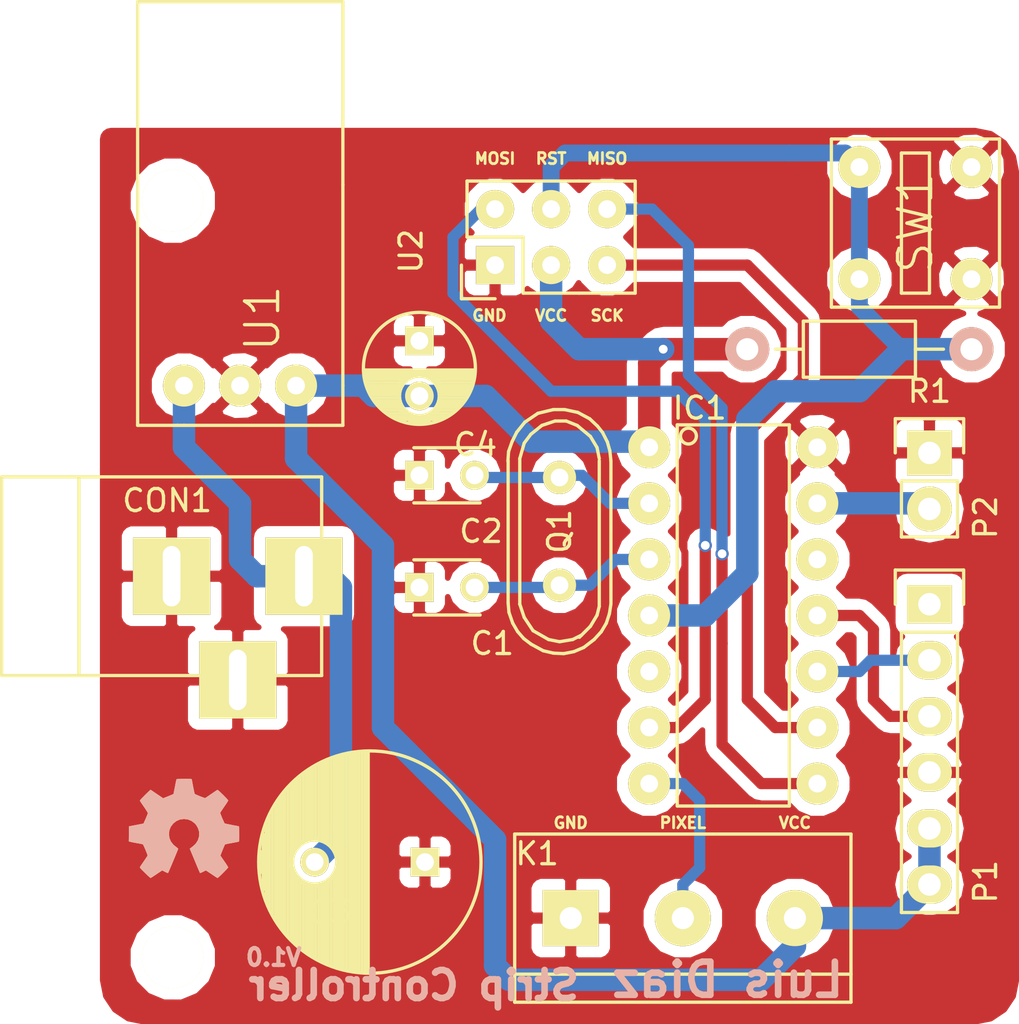
<source format=kicad_pcb>
(kicad_pcb (version 4) (host pcbnew 4.0.1-3.201512221401+6198~38~ubuntu15.10.1-stable)

  (general
    (links 37)
    (no_connects 0)
    (area 63.151 64.800999 121.792 116.492001)
    (thickness 1.6)
    (drawings 8)
    (tracks 109)
    (zones 0)
    (modules 18)
    (nets 17)
  )

  (page A4)
  (layers
    (0 F.Cu signal)
    (31 B.Cu signal)
    (32 B.Adhes user hide)
    (33 F.Adhes user hide)
    (34 B.Paste user hide)
    (35 F.Paste user hide)
    (36 B.SilkS user)
    (37 F.SilkS user)
    (38 B.Mask user hide)
    (39 F.Mask user hide)
    (40 Dwgs.User user hide)
    (41 Cmts.User user hide)
    (42 Eco1.User user hide)
    (43 Eco2.User user hide)
    (44 Edge.Cuts user hide)
    (45 Margin user hide)
    (46 B.CrtYd user hide)
    (47 F.CrtYd user)
    (48 B.Fab user hide)
    (49 F.Fab user hide)
  )

  (setup
    (last_trace_width 0.508)
    (trace_clearance 0.02)
    (zone_clearance 0.508)
    (zone_45_only no)
    (trace_min 0.2)
    (segment_width 0.2)
    (edge_width 0.15)
    (via_size 0.6)
    (via_drill 0.4)
    (via_min_size 0.4)
    (via_min_drill 0.3)
    (uvia_size 0.3)
    (uvia_drill 0.1)
    (uvias_allowed no)
    (uvia_min_size 0)
    (uvia_min_drill 0)
    (pcb_text_width 0.3)
    (pcb_text_size 1.5 1.5)
    (mod_edge_width 0.15)
    (mod_text_size 1 1)
    (mod_text_width 0.15)
    (pad_size 1.3 1.3)
    (pad_drill 0.8)
    (pad_to_mask_clearance 0.2)
    (aux_axis_origin 0 0)
    (visible_elements FFFFF7BF)
    (pcbplotparams
      (layerselection 0x080ff_80000001)
      (usegerberextensions false)
      (excludeedgelayer true)
      (linewidth 0.100000)
      (plotframeref false)
      (viasonmask false)
      (mode 1)
      (useauxorigin false)
      (hpglpennumber 1)
      (hpglpenspeed 20)
      (hpglpendiameter 15)
      (hpglpenoverlay 2)
      (psnegative false)
      (psa4output false)
      (plotreference true)
      (plotvalue true)
      (plotinvisibletext false)
      (padsonsilk false)
      (subtractmaskfromsilk false)
      (outputformat 1)
      (mirror false)
      (drillshape 0)
      (scaleselection 1)
      (outputdirectory Gerbers/))
  )

  (net 0 "")
  (net 1 GND)
  (net 2 "Net-(C1-Pad2)")
  (net 3 "Net-(C2-Pad2)")
  (net 4 VCC)
  (net 5 "Net-(P1-Pad1)")
  (net 6 BRX)
  (net 7 BTX)
  (net 8 RST)
  (net 9 "Net-(IC1-Pad5)")
  (net 10 "Net-(IC1-Pad12)")
  (net 11 "Net-(C3-Pad2)")
  (net 12 MOSI)
  (net 13 MISO)
  (net 14 SCK)
  (net 15 FAN)
  (net 16 PixelPin)

  (net_class Default "This is the default net class."
    (clearance 0.02)
    (trace_width 0.508)
    (via_dia 0.6)
    (via_drill 0.4)
    (uvia_dia 0.3)
    (uvia_drill 0.1)
    (add_net BRX)
    (add_net BTX)
    (add_net MISO)
    (add_net MOSI)
    (add_net "Net-(C1-Pad2)")
    (add_net "Net-(C2-Pad2)")
    (add_net "Net-(IC1-Pad12)")
    (add_net "Net-(IC1-Pad5)")
    (add_net "Net-(P1-Pad1)")
    (add_net PixelPin)
    (add_net SCK)
  )

  (net_class PWR ""
    (clearance 0.02)
    (trace_width 1.016)
    (via_dia 0.6)
    (via_drill 0.4)
    (uvia_dia 0.3)
    (uvia_drill 0.1)
    (add_net FAN)
    (add_net GND)
    (add_net "Net-(C3-Pad2)")
    (add_net VCC)
  )

  (net_class RST ""
    (clearance 0.02)
    (trace_width 0.762)
    (via_dia 0.6)
    (via_drill 0.4)
    (uvia_dia 0.3)
    (uvia_drill 0.1)
    (add_net RST)
  )

  (module library:MountingHole_2-8mm (layer F.Cu) (tedit 5683C273) (tstamp 5683C2F0)
    (at 72.39 108.204)
    (descr "Mounting hole, Befestigungsbohrung, 2,7mm, No Annular, Kein Restring,")
    (tags "Mounting hole, Befestigungsbohrung, 2,7mm, No Annular, Kein Restring,")
    (fp_text reference "" (at 0 -4.0005) (layer F.SilkS)
      (effects (font (size 1 1) (thickness 0.15)))
    )
    (fp_text value "" (at 0.09906 3.59918) (layer F.Fab)
      (effects (font (size 1 1) (thickness 0.15)))
    )
    (fp_circle (center 0 0) (end 2.7 0) (layer Cmts.User) (width 0.381))
    (pad "" np_thru_hole circle (at 0 0) (size 2.8 2.8) (drill 2.8) (layers *.Cu *.Mask F.SilkS))
  )

  (module Pin_Headers:Pin_Header_Straight_2x03 (layer F.Cu) (tedit 5683BAF8) (tstamp 568395CB)
    (at 92.075 74.295 270)
    (descr "Through hole pin header")
    (tags "ICSP HEADER")
    (path /56817774)
    (fp_text reference U2 (at 1.905 8.89 270) (layer F.SilkS)
      (effects (font (size 1 1) (thickness 0.15)))
    )
    (fp_text value ICSP (at 1.27 7.62 270) (layer F.Fab)
      (effects (font (size 1 1) (thickness 0.15)))
    )
    (fp_text user GND (at 4.826 5.334 360) (layer F.SilkS)
      (effects (font (size 0.5 0.5) (thickness 0.125)))
    )
    (fp_text user MOSI (at -2.286 5.08 360) (layer F.SilkS)
      (effects (font (size 0.5 0.5) (thickness 0.125)))
    )
    (fp_text user RST (at -2.286 2.54 360) (layer F.SilkS)
      (effects (font (size 0.5 0.5) (thickness 0.125)))
    )
    (fp_text user VCC (at 4.826 2.54 360) (layer F.SilkS)
      (effects (font (size 0.5 0.5) (thickness 0.125)))
    )
    (fp_text user SCK (at 4.826 0 360) (layer F.SilkS)
      (effects (font (size 0.5 0.5) (thickness 0.125)))
    )
    (fp_text user MISO (at -2.286 0 360) (layer F.SilkS)
      (effects (font (size 0.5 0.5) (thickness 0.125)))
    )
    (fp_line (start 2.54 6.604) (end 4.064 6.604) (layer F.SilkS) (width 0.15))
    (fp_line (start 4.064 6.604) (end 4.064 5.08) (layer F.SilkS) (width 0.15))
    (fp_line (start 3.81 1.27) (end 3.81 -1.27) (layer F.SilkS) (width 0.15))
    (fp_line (start 3.81 -1.27) (end -1.27 -1.27) (layer F.SilkS) (width 0.15))
    (fp_line (start -1.27 -1.27) (end -1.27 1.27) (layer F.SilkS) (width 0.15))
    (fp_line (start 1.27 6.35) (end 1.27 3.81) (layer F.SilkS) (width 0.15))
    (fp_line (start 1.27 3.81) (end 3.81 3.81) (layer F.SilkS) (width 0.15))
    (fp_line (start 3.81 3.81) (end 3.81 1.27) (layer F.SilkS) (width 0.15))
    (fp_line (start -1.27 6.35) (end 1.27 6.35) (layer F.SilkS) (width 0.15))
    (fp_line (start -1.27 1.27) (end -1.27 6.35) (layer F.SilkS) (width 0.15))
    (fp_line (start -1.75 -1.75) (end -1.75 6.85) (layer F.CrtYd) (width 0.05))
    (fp_line (start 4.3 -1.75) (end 4.3 6.85) (layer F.CrtYd) (width 0.05))
    (fp_line (start -1.75 -1.75) (end 4.3 -1.75) (layer F.CrtYd) (width 0.05))
    (fp_line (start -1.75 6.85) (end 4.3 6.85) (layer F.CrtYd) (width 0.05))
    (pad 1 thru_hole circle (at 0 0 270) (size 1.7272 1.7272) (drill 0.8) (layers *.Cu *.Mask F.SilkS)
      (net 13 MISO))
    (pad 2 thru_hole circle (at 2.54 0 270) (size 1.7272 1.7272) (drill 0.8) (layers *.Cu *.Mask F.SilkS)
      (net 14 SCK))
    (pad 3 thru_hole circle (at 0 2.54 270) (size 1.7272 1.7272) (drill 0.8) (layers *.Cu *.Mask F.SilkS)
      (net 8 RST))
    (pad 4 thru_hole oval (at 2.54 2.54 270) (size 1.7272 1.7272) (drill 0.8) (layers *.Cu *.Mask F.SilkS)
      (net 4 VCC))
    (pad 5 thru_hole circle (at 0 5.08 270) (size 1.7272 1.7272) (drill 0.8) (layers *.Cu *.Mask F.SilkS)
      (net 12 MOSI))
    (pad 6 thru_hole rect (at 2.54 5.08 270) (size 1.7272 1.7272) (drill 0.8) (layers *.Cu *.Mask F.SilkS)
      (net 1 GND))
    (model Pin_Headers.3dshapes/Pin_Header_Straight_2x03.wrl
      (at (xyz 0.05 -0.1 0))
      (scale (xyz 1 1 1))
      (rotate (xyz 0 0 90))
    )
  )

  (module library:LM7805 (layer F.Cu) (tedit 5683C1A5) (tstamp 568395C1)
    (at 72.898 82.296)
    (path /568193C7)
    (fp_text reference U1 (at 3.556 -3.048 90) (layer F.SilkS)
      (effects (font (size 1.5 1.5) (thickness 0.15)))
    )
    (fp_text value 7805SRH-C (at 5.08 -6.35 90) (layer F.Fab)
      (effects (font (size 1 1) (thickness 0.15)))
    )
    (fp_line (start 7.2 0) (end 7.2 -9.1) (layer F.SilkS) (width 0.15))
    (fp_line (start 7.2 -9.1) (end 7.2 -17.2) (layer F.SilkS) (width 0.15))
    (fp_line (start 7.2 -17.2) (end 7.2 -17.4) (layer F.SilkS) (width 0.15))
    (fp_line (start 7.2 -17.4) (end -2.1 -17.4) (layer F.SilkS) (width 0.15))
    (fp_line (start 7.2 0) (end 7.2 1.8) (layer F.SilkS) (width 0.15))
    (fp_line (start 7.2 1.8) (end 0 1.8) (layer F.SilkS) (width 0.15))
    (fp_line (start -0.3 1.8) (end -2.1 1.8) (layer F.SilkS) (width 0.15))
    (fp_line (start -2.1 1.8) (end -2.1 -17.3) (layer F.SilkS) (width 0.15))
    (fp_line (start 0 1.8) (end -0.3 1.8) (layer F.SilkS) (width 0.15))
    (pad VI thru_hole circle (at 0 0) (size 1.9 1.9) (drill 0.8) (layers *.Cu *.Mask F.SilkS)
      (net 11 "Net-(C3-Pad2)"))
    (pad GND thru_hole circle (at 2.54 0) (size 1.9 1.9) (drill 0.8) (layers *.Cu *.Mask F.SilkS)
      (net 1 GND))
    (pad VO thru_hole circle (at 5.08 0) (size 1.9 1.9) (drill 0.8) (layers *.Cu *.Mask F.SilkS)
      (net 4 VCC))
  )

  (module Capacitors_ThroughHole:C_Disc_D3_P2.5 (layer F.Cu) (tedit 5683B89C) (tstamp 56839519)
    (at 83.566 91.44)
    (descr "Capacitor 3mm Disc, Pitch 2.5mm")
    (tags Capacitor)
    (path /5655C8E4)
    (fp_text reference C1 (at 3.302 2.54 180) (layer F.SilkS)
      (effects (font (size 1 1) (thickness 0.15)))
    )
    (fp_text value 22pF (at 0.635 2.54) (layer F.Fab)
      (effects (font (size 1 1) (thickness 0.15)))
    )
    (fp_line (start -0.9 -1.5) (end 3.4 -1.5) (layer F.CrtYd) (width 0.05))
    (fp_line (start 3.4 -1.5) (end 3.4 1.5) (layer F.CrtYd) (width 0.05))
    (fp_line (start 3.4 1.5) (end -0.9 1.5) (layer F.CrtYd) (width 0.05))
    (fp_line (start -0.9 1.5) (end -0.9 -1.5) (layer F.CrtYd) (width 0.05))
    (fp_line (start -0.25 -1.25) (end 2.75 -1.25) (layer F.SilkS) (width 0.15))
    (fp_line (start 2.75 1.25) (end -0.25 1.25) (layer F.SilkS) (width 0.15))
    (pad 1 thru_hole rect (at 0 0) (size 1.3 1.3) (drill 0.8) (layers *.Cu *.Mask F.SilkS)
      (net 1 GND))
    (pad 2 thru_hole circle (at 2.5 0) (size 1.3 1.3) (drill 0.8001) (layers *.Cu *.Mask F.SilkS)
      (net 2 "Net-(C1-Pad2)"))
    (model Capacitors_ThroughHole.3dshapes/C_Disc_D3_P2.5.wrl
      (at (xyz 0.0492126 0 0))
      (scale (xyz 1 1 1))
      (rotate (xyz 0 0 0))
    )
  )

  (module Capacitors_ThroughHole:C_Disc_D3_P2.5 (layer F.Cu) (tedit 5683B8A4) (tstamp 5683951F)
    (at 83.566 86.36)
    (descr "Capacitor 3mm Disc, Pitch 2.5mm")
    (tags Capacitor)
    (path /5655C84D)
    (fp_text reference C2 (at 2.794 2.54 180) (layer F.SilkS)
      (effects (font (size 1 1) (thickness 0.15)))
    )
    (fp_text value 22pF (at 0 2.54 180) (layer F.Fab)
      (effects (font (size 1 1) (thickness 0.15)))
    )
    (fp_line (start -0.9 -1.5) (end 3.4 -1.5) (layer F.CrtYd) (width 0.05))
    (fp_line (start 3.4 -1.5) (end 3.4 1.5) (layer F.CrtYd) (width 0.05))
    (fp_line (start 3.4 1.5) (end -0.9 1.5) (layer F.CrtYd) (width 0.05))
    (fp_line (start -0.9 1.5) (end -0.9 -1.5) (layer F.CrtYd) (width 0.05))
    (fp_line (start -0.25 -1.25) (end 2.75 -1.25) (layer F.SilkS) (width 0.15))
    (fp_line (start 2.75 1.25) (end -0.25 1.25) (layer F.SilkS) (width 0.15))
    (pad 1 thru_hole rect (at 0 0) (size 1.3 1.3) (drill 0.8) (layers *.Cu *.Mask F.SilkS)
      (net 1 GND))
    (pad 2 thru_hole circle (at 2.5 0) (size 1.3 1.3) (drill 0.8) (layers *.Cu *.Mask F.SilkS)
      (net 3 "Net-(C2-Pad2)"))
    (model Capacitors_ThroughHole.3dshapes/C_Disc_D3_P2.5.wrl
      (at (xyz 0.0492126 0 0))
      (scale (xyz 1 1 1))
      (rotate (xyz 0 0 0))
    )
  )

  (module Capacitors_ThroughHole:C_Radial_D10_L13_P5 (layer F.Cu) (tedit 5683B2F4) (tstamp 56839525)
    (at 83.82 103.886 180)
    (descr "Radial Electrolytic Capacitor Diameter 10mm x Length 13mm, Pitch 5mm")
    (tags "Electrolytic Capacitor")
    (path /56819631)
    (fp_text reference C3 (at 4.318 -2.286 180) (layer F.SilkS)
      (effects (font (size 1 1) (thickness 0.15)))
    )
    (fp_text value 100uF (at 1.016 -2.286 180) (layer F.Fab)
      (effects (font (size 1 1) (thickness 0.15)))
    )
    (fp_line (start 2.575 -4.999) (end 2.575 4.999) (layer F.SilkS) (width 0.15))
    (fp_line (start 2.715 -4.995) (end 2.715 4.995) (layer F.SilkS) (width 0.15))
    (fp_line (start 2.855 -4.987) (end 2.855 4.987) (layer F.SilkS) (width 0.15))
    (fp_line (start 2.995 -4.975) (end 2.995 4.975) (layer F.SilkS) (width 0.15))
    (fp_line (start 3.135 -4.96) (end 3.135 4.96) (layer F.SilkS) (width 0.15))
    (fp_line (start 3.275 -4.94) (end 3.275 4.94) (layer F.SilkS) (width 0.15))
    (fp_line (start 3.415 -4.916) (end 3.415 4.916) (layer F.SilkS) (width 0.15))
    (fp_line (start 3.555 -4.887) (end 3.555 4.887) (layer F.SilkS) (width 0.15))
    (fp_line (start 3.695 -4.855) (end 3.695 4.855) (layer F.SilkS) (width 0.15))
    (fp_line (start 3.835 -4.818) (end 3.835 4.818) (layer F.SilkS) (width 0.15))
    (fp_line (start 3.975 -4.777) (end 3.975 4.777) (layer F.SilkS) (width 0.15))
    (fp_line (start 4.115 -4.732) (end 4.115 -0.466) (layer F.SilkS) (width 0.15))
    (fp_line (start 4.115 0.466) (end 4.115 4.732) (layer F.SilkS) (width 0.15))
    (fp_line (start 4.255 -4.682) (end 4.255 -0.667) (layer F.SilkS) (width 0.15))
    (fp_line (start 4.255 0.667) (end 4.255 4.682) (layer F.SilkS) (width 0.15))
    (fp_line (start 4.395 -4.627) (end 4.395 -0.796) (layer F.SilkS) (width 0.15))
    (fp_line (start 4.395 0.796) (end 4.395 4.627) (layer F.SilkS) (width 0.15))
    (fp_line (start 4.535 -4.567) (end 4.535 -0.885) (layer F.SilkS) (width 0.15))
    (fp_line (start 4.535 0.885) (end 4.535 4.567) (layer F.SilkS) (width 0.15))
    (fp_line (start 4.675 -4.502) (end 4.675 -0.946) (layer F.SilkS) (width 0.15))
    (fp_line (start 4.675 0.946) (end 4.675 4.502) (layer F.SilkS) (width 0.15))
    (fp_line (start 4.815 -4.432) (end 4.815 -0.983) (layer F.SilkS) (width 0.15))
    (fp_line (start 4.815 0.983) (end 4.815 4.432) (layer F.SilkS) (width 0.15))
    (fp_line (start 4.955 -4.356) (end 4.955 -0.999) (layer F.SilkS) (width 0.15))
    (fp_line (start 4.955 0.999) (end 4.955 4.356) (layer F.SilkS) (width 0.15))
    (fp_line (start 5.095 -4.274) (end 5.095 -0.995) (layer F.SilkS) (width 0.15))
    (fp_line (start 5.095 0.995) (end 5.095 4.274) (layer F.SilkS) (width 0.15))
    (fp_line (start 5.235 -4.186) (end 5.235 -0.972) (layer F.SilkS) (width 0.15))
    (fp_line (start 5.235 0.972) (end 5.235 4.186) (layer F.SilkS) (width 0.15))
    (fp_line (start 5.375 -4.091) (end 5.375 -0.927) (layer F.SilkS) (width 0.15))
    (fp_line (start 5.375 0.927) (end 5.375 4.091) (layer F.SilkS) (width 0.15))
    (fp_line (start 5.515 -3.989) (end 5.515 -0.857) (layer F.SilkS) (width 0.15))
    (fp_line (start 5.515 0.857) (end 5.515 3.989) (layer F.SilkS) (width 0.15))
    (fp_line (start 5.655 -3.879) (end 5.655 -0.756) (layer F.SilkS) (width 0.15))
    (fp_line (start 5.655 0.756) (end 5.655 3.879) (layer F.SilkS) (width 0.15))
    (fp_line (start 5.795 -3.761) (end 5.795 -0.607) (layer F.SilkS) (width 0.15))
    (fp_line (start 5.795 0.607) (end 5.795 3.761) (layer F.SilkS) (width 0.15))
    (fp_line (start 5.935 -3.633) (end 5.935 -0.355) (layer F.SilkS) (width 0.15))
    (fp_line (start 5.935 0.355) (end 5.935 3.633) (layer F.SilkS) (width 0.15))
    (fp_line (start 6.075 -3.496) (end 6.075 3.496) (layer F.SilkS) (width 0.15))
    (fp_line (start 6.215 -3.346) (end 6.215 3.346) (layer F.SilkS) (width 0.15))
    (fp_line (start 6.355 -3.184) (end 6.355 3.184) (layer F.SilkS) (width 0.15))
    (fp_line (start 6.495 -3.007) (end 6.495 3.007) (layer F.SilkS) (width 0.15))
    (fp_line (start 6.635 -2.811) (end 6.635 2.811) (layer F.SilkS) (width 0.15))
    (fp_line (start 6.775 -2.593) (end 6.775 2.593) (layer F.SilkS) (width 0.15))
    (fp_line (start 6.915 -2.347) (end 6.915 2.347) (layer F.SilkS) (width 0.15))
    (fp_line (start 7.055 -2.062) (end 7.055 2.062) (layer F.SilkS) (width 0.15))
    (fp_line (start 7.195 -1.72) (end 7.195 1.72) (layer F.SilkS) (width 0.15))
    (fp_line (start 7.335 -1.274) (end 7.335 1.274) (layer F.SilkS) (width 0.15))
    (fp_line (start 7.475 -0.499) (end 7.475 0.499) (layer F.SilkS) (width 0.15))
    (fp_circle (center 5 0) (end 5 -1) (layer F.SilkS) (width 0.15))
    (fp_circle (center 2.5 0) (end 2.5 -5.0375) (layer F.SilkS) (width 0.15))
    (fp_circle (center 2.5 0) (end 2.5 -5.3) (layer F.CrtYd) (width 0.05))
    (pad 1 thru_hole rect (at 0 0 180) (size 1.3 1.3) (drill 0.8) (layers *.Cu *.Mask F.SilkS)
      (net 1 GND))
    (pad 2 thru_hole circle (at 5 0 180) (size 1.3 1.3) (drill 0.8) (layers *.Cu *.Mask F.SilkS)
      (net 11 "Net-(C3-Pad2)"))
    (model Capacitors_ThroughHole.3dshapes/C_Radial_D10_L13_P5.wrl
      (at (xyz 0.0984252 0 0))
      (scale (xyz 1 1 1))
      (rotate (xyz 0 0 90))
    )
  )

  (module Capacitors_ThroughHole:C_Radial_D5_L6_P2.5 (layer F.Cu) (tedit 5683B8AD) (tstamp 5683952B)
    (at 83.566 80.264 270)
    (descr "Radial Electrolytic Capacitor Diameter 5mm x Length 6mm, Pitch 2.5mm")
    (tags "Electrolytic Capacitor")
    (path /568197BD)
    (fp_text reference C4 (at 4.699 -2.54 360) (layer F.SilkS)
      (effects (font (size 1 1) (thickness 0.15)))
    )
    (fp_text value 10uF (at 4.699 0.254 360) (layer F.Fab)
      (effects (font (size 1 1) (thickness 0.15)))
    )
    (fp_line (start 1.325 -2.499) (end 1.325 2.499) (layer F.SilkS) (width 0.15))
    (fp_line (start 1.465 -2.491) (end 1.465 2.491) (layer F.SilkS) (width 0.15))
    (fp_line (start 1.605 -2.475) (end 1.605 -0.095) (layer F.SilkS) (width 0.15))
    (fp_line (start 1.605 0.095) (end 1.605 2.475) (layer F.SilkS) (width 0.15))
    (fp_line (start 1.745 -2.451) (end 1.745 -0.49) (layer F.SilkS) (width 0.15))
    (fp_line (start 1.745 0.49) (end 1.745 2.451) (layer F.SilkS) (width 0.15))
    (fp_line (start 1.885 -2.418) (end 1.885 -0.657) (layer F.SilkS) (width 0.15))
    (fp_line (start 1.885 0.657) (end 1.885 2.418) (layer F.SilkS) (width 0.15))
    (fp_line (start 2.025 -2.377) (end 2.025 -0.764) (layer F.SilkS) (width 0.15))
    (fp_line (start 2.025 0.764) (end 2.025 2.377) (layer F.SilkS) (width 0.15))
    (fp_line (start 2.165 -2.327) (end 2.165 -0.835) (layer F.SilkS) (width 0.15))
    (fp_line (start 2.165 0.835) (end 2.165 2.327) (layer F.SilkS) (width 0.15))
    (fp_line (start 2.305 -2.266) (end 2.305 -0.879) (layer F.SilkS) (width 0.15))
    (fp_line (start 2.305 0.879) (end 2.305 2.266) (layer F.SilkS) (width 0.15))
    (fp_line (start 2.445 -2.196) (end 2.445 -0.898) (layer F.SilkS) (width 0.15))
    (fp_line (start 2.445 0.898) (end 2.445 2.196) (layer F.SilkS) (width 0.15))
    (fp_line (start 2.585 -2.114) (end 2.585 -0.896) (layer F.SilkS) (width 0.15))
    (fp_line (start 2.585 0.896) (end 2.585 2.114) (layer F.SilkS) (width 0.15))
    (fp_line (start 2.725 -2.019) (end 2.725 -0.871) (layer F.SilkS) (width 0.15))
    (fp_line (start 2.725 0.871) (end 2.725 2.019) (layer F.SilkS) (width 0.15))
    (fp_line (start 2.865 -1.908) (end 2.865 -0.823) (layer F.SilkS) (width 0.15))
    (fp_line (start 2.865 0.823) (end 2.865 1.908) (layer F.SilkS) (width 0.15))
    (fp_line (start 3.005 -1.78) (end 3.005 -0.745) (layer F.SilkS) (width 0.15))
    (fp_line (start 3.005 0.745) (end 3.005 1.78) (layer F.SilkS) (width 0.15))
    (fp_line (start 3.145 -1.631) (end 3.145 -0.628) (layer F.SilkS) (width 0.15))
    (fp_line (start 3.145 0.628) (end 3.145 1.631) (layer F.SilkS) (width 0.15))
    (fp_line (start 3.285 -1.452) (end 3.285 -0.44) (layer F.SilkS) (width 0.15))
    (fp_line (start 3.285 0.44) (end 3.285 1.452) (layer F.SilkS) (width 0.15))
    (fp_line (start 3.425 -1.233) (end 3.425 1.233) (layer F.SilkS) (width 0.15))
    (fp_line (start 3.565 -0.944) (end 3.565 0.944) (layer F.SilkS) (width 0.15))
    (fp_line (start 3.705 -0.472) (end 3.705 0.472) (layer F.SilkS) (width 0.15))
    (fp_circle (center 2.5 0) (end 2.5 -0.9) (layer F.SilkS) (width 0.15))
    (fp_circle (center 1.25 0) (end 1.25 -2.5375) (layer F.SilkS) (width 0.15))
    (fp_circle (center 1.25 0) (end 1.25 -2.8) (layer F.CrtYd) (width 0.05))
    (pad 1 thru_hole rect (at 0 0 270) (size 1.3 1.3) (drill 0.8) (layers *.Cu *.Mask F.SilkS)
      (net 1 GND))
    (pad 2 thru_hole circle (at 2.5 0 270) (size 1.3 1.3) (drill 0.8) (layers *.Cu *.Mask F.SilkS)
      (net 4 VCC))
    (model Capacitors_ThroughHole.3dshapes/C_Radial_D5_L6_P2.5.wrl
      (at (xyz 0.0492126 0 0))
      (scale (xyz 1 1 1))
      (rotate (xyz 0 0 90))
    )
  )

  (module Connect:BARREL_JACK (layer F.Cu) (tedit 5683C147) (tstamp 56839532)
    (at 72.136 90.932)
    (descr "DC Barrel Jack")
    (tags "Power Jack")
    (path /5655D979)
    (fp_text reference CON1 (at 0 -3.429) (layer F.SilkS)
      (effects (font (size 1 1) (thickness 0.15)))
    )
    (fp_text value "" (at -8.89 -6.35) (layer F.Fab)
      (effects (font (size 1 1) (thickness 0.15)))
    )
    (fp_line (start -4.0005 -4.50088) (end -4.0005 4.50088) (layer F.SilkS) (width 0.15))
    (fp_line (start -7.50062 -4.50088) (end -7.50062 4.50088) (layer F.SilkS) (width 0.15))
    (fp_line (start -7.50062 4.50088) (end 7.00024 4.50088) (layer F.SilkS) (width 0.15))
    (fp_line (start 7.00024 4.50088) (end 7.00024 -4.50088) (layer F.SilkS) (width 0.15))
    (fp_line (start 7.00024 -4.50088) (end -7.50062 -4.50088) (layer F.SilkS) (width 0.15))
    (pad 1 thru_hole rect (at 6.20014 0) (size 3.50012 3.50012) (drill oval 0.8 2.74) (layers *.Cu *.Mask F.SilkS)
      (net 11 "Net-(C3-Pad2)"))
    (pad 2 thru_hole rect (at 0.20066 0) (size 3.50012 3.50012) (drill oval 0.8 2.74) (layers *.Cu *.Mask F.SilkS)
      (net 1 GND))
    (pad 3 thru_hole rect (at 3.2004 4.699) (size 3.50012 3.50012) (drill oval 0.8 2.74) (layers *.Cu *.Mask F.SilkS)
      (net 1 GND))
  )

  (module library:Attiny24-54-84 (layer F.Cu) (tedit 5683A3E4) (tstamp 56839549)
    (at 93.98 85.09)
    (path /5655C5E9)
    (fp_text reference IC1 (at 2.286 -1.778) (layer F.SilkS)
      (effects (font (size 1 1) (thickness 0.15)))
    )
    (fp_text value ATTINY84-P (at 3.81 7.112 90) (layer F.Fab)
      (effects (font (size 1 1) (thickness 0.15)))
    )
    (fp_circle (center 1.778 -0.508) (end 2.032 -0.254) (layer F.SilkS) (width 0.15))
    (fp_line (start 1.27 -1.016) (end 1.27 16.256) (layer F.SilkS) (width 0.15))
    (fp_line (start 1.27 16.256) (end 6.35 16.256) (layer F.SilkS) (width 0.15))
    (fp_line (start 1.27 -1.016) (end 6.35 -1.016) (layer F.SilkS) (width 0.15))
    (fp_line (start 6.35 -1.016) (end 6.35 16.256) (layer F.SilkS) (width 0.15))
    (pad 1 thru_hole circle (at 0 0) (size 1.9 1.9) (drill 0.8) (layers *.Cu *.Mask F.SilkS)
      (net 4 VCC))
    (pad 2 thru_hole circle (at 0 2.54) (size 1.9 1.9) (drill 0.8) (layers *.Cu *.Mask F.SilkS)
      (net 3 "Net-(C2-Pad2)"))
    (pad 3 thru_hole circle (at 0 5.08) (size 1.9 1.9) (drill 0.8) (layers *.Cu *.Mask F.SilkS)
      (net 2 "Net-(C1-Pad2)"))
    (pad 4 thru_hole circle (at 0 7.62) (size 1.9 1.9) (drill 0.8) (layers *.Cu *.Mask F.SilkS)
      (net 8 RST))
    (pad 5 thru_hole circle (at 0 10.16) (size 1.9 1.9) (drill 0.8) (layers *.Cu *.Mask F.SilkS)
      (net 9 "Net-(IC1-Pad5)"))
    (pad 6 thru_hole circle (at 0 12.7) (size 1.9 1.9) (drill 0.8) (layers *.Cu *.Mask F.SilkS)
      (net 12 MOSI))
    (pad 7 thru_hole circle (at 0 15.24) (size 1.9 1.9) (drill 0.8) (layers *.Cu *.Mask F.SilkS)
      (net 16 PixelPin))
    (pad 8 thru_hole circle (at 7.62 15.24) (size 1.9 1.9) (drill 0.8) (layers *.Cu *.Mask F.SilkS)
      (net 13 MISO))
    (pad 9 thru_hole circle (at 7.62 12.7) (size 1.9 1.9) (drill 0.8) (layers *.Cu *.Mask F.SilkS)
      (net 14 SCK))
    (pad 10 thru_hole circle (at 7.62 10.16) (size 1.9 1.9) (drill 0.8) (layers *.Cu *.Mask F.SilkS)
      (net 6 BRX))
    (pad 11 thru_hole circle (at 7.62 7.62) (size 1.9 1.9) (drill 0.8) (layers *.Cu *.Mask F.SilkS)
      (net 7 BTX))
    (pad 12 thru_hole circle (at 7.62 5.08) (size 1.9 1.9) (drill 0.8) (layers *.Cu *.Mask F.SilkS)
      (net 10 "Net-(IC1-Pad12)"))
    (pad 13 thru_hole circle (at 7.62 2.54) (size 1.9 1.9) (drill 0.8) (layers *.Cu *.Mask F.SilkS)
      (net 15 FAN))
    (pad 14 thru_hole circle (at 7.62 0) (size 1.9 1.9) (drill 0.8) (layers *.Cu *.Mask F.SilkS)
      (net 1 GND))
  )

  (module Connect:bornier3 (layer F.Cu) (tedit 5683BB8F) (tstamp 56839550)
    (at 95.504 106.426)
    (descr "Bornier d'alimentation 3 pins")
    (tags DEV)
    (path /56816C70)
    (fp_text reference K1 (at -6.604 -2.921) (layer F.SilkS)
      (effects (font (size 1 1) (thickness 0.15)))
    )
    (fp_text value PIXEL (at 9.906 3.048) (layer F.Fab)
      (effects (font (size 1 1) (thickness 0.15)))
    )
    (fp_line (start -7.62 3.81) (end -7.62 -3.81) (layer F.SilkS) (width 0.15))
    (fp_line (start 7.62 3.81) (end 7.62 -3.81) (layer F.SilkS) (width 0.15))
    (fp_line (start -7.62 2.54) (end 7.62 2.54) (layer F.SilkS) (width 0.15))
    (fp_line (start -7.62 -3.81) (end 7.62 -3.81) (layer F.SilkS) (width 0.15))
    (fp_line (start -7.62 3.81) (end 7.62 3.81) (layer F.SilkS) (width 0.15))
    (pad 1 thru_hole rect (at -5.08 0) (size 2.54 2.54) (drill 1) (layers *.Cu *.Mask F.SilkS)
      (net 1 GND))
    (pad 2 thru_hole circle (at 0 0) (size 2.54 2.54) (drill 1) (layers *.Cu *.Mask F.SilkS)
      (net 16 PixelPin))
    (pad 3 thru_hole circle (at 5.08 0) (size 2.54 2.54) (drill 1) (layers *.Cu *.Mask F.SilkS)
      (net 4 VCC))
    (model Connect.3dshapes/bornier3.wrl
      (at (xyz 0 0 0))
      (scale (xyz 1 1 1))
      (rotate (xyz 0 0 0))
    )
  )

  (module Pin_Headers:Pin_Header_Straight_1x06 (layer F.Cu) (tedit 5683BB7E) (tstamp 5683955A)
    (at 106.68 92.202)
    (descr "Through hole pin header")
    (tags "pin header")
    (path /568168DC)
    (fp_text reference P1 (at 2.54 12.573 90) (layer F.SilkS)
      (effects (font (size 1 1) (thickness 0.15)))
    )
    (fp_text value BT_Header-1x06 (at 2.54 4.953 90) (layer F.Fab)
      (effects (font (size 1 1) (thickness 0.15)))
    )
    (fp_line (start -1.75 -1.75) (end -1.75 14.45) (layer F.CrtYd) (width 0.05))
    (fp_line (start 1.75 -1.75) (end 1.75 14.45) (layer F.CrtYd) (width 0.05))
    (fp_line (start -1.75 -1.75) (end 1.75 -1.75) (layer F.CrtYd) (width 0.05))
    (fp_line (start -1.75 14.45) (end 1.75 14.45) (layer F.CrtYd) (width 0.05))
    (fp_line (start 1.27 1.27) (end 1.27 13.97) (layer F.SilkS) (width 0.15))
    (fp_line (start 1.27 13.97) (end -1.27 13.97) (layer F.SilkS) (width 0.15))
    (fp_line (start -1.27 13.97) (end -1.27 1.27) (layer F.SilkS) (width 0.15))
    (fp_line (start 1.55 -1.55) (end 1.55 0) (layer F.SilkS) (width 0.15))
    (fp_line (start 1.27 1.27) (end -1.27 1.27) (layer F.SilkS) (width 0.15))
    (fp_line (start -1.55 0) (end -1.55 -1.55) (layer F.SilkS) (width 0.15))
    (fp_line (start -1.55 -1.55) (end 1.55 -1.55) (layer F.SilkS) (width 0.15))
    (pad 1 thru_hole rect (at 0 0) (size 2.032 1.7272) (drill 1.016) (layers *.Cu *.Mask F.SilkS)
      (net 5 "Net-(P1-Pad1)"))
    (pad 2 thru_hole oval (at 0 2.54) (size 2.032 1.7272) (drill 1.016) (layers *.Cu *.Mask F.SilkS)
      (net 6 BRX))
    (pad 3 thru_hole oval (at 0 5.08) (size 2.032 1.7272) (drill 1.016) (layers *.Cu *.Mask F.SilkS)
      (net 7 BTX))
    (pad 4 thru_hole oval (at 0 7.62) (size 2.032 1.7272) (drill 1.016) (layers *.Cu *.Mask F.SilkS)
      (net 1 GND))
    (pad 5 thru_hole oval (at 0 10.16) (size 2.032 1.7272) (drill 1.016) (layers *.Cu *.Mask F.SilkS)
      (net 4 VCC))
    (pad 6 thru_hole oval (at 0 12.7) (size 2.032 1.7272) (drill 1.016) (layers *.Cu *.Mask F.SilkS)
      (net 4 VCC))
    (model Pin_Headers.3dshapes/Pin_Header_Straight_1x06.wrl
      (at (xyz 0 -0.25 0))
      (scale (xyz 1 1 1))
      (rotate (xyz 0 0 90))
    )
  )

  (module Pin_Headers:Pin_Header_Straight_1x02 (layer F.Cu) (tedit 5683BB79) (tstamp 56839560)
    (at 106.68 85.344)
    (descr "Through hole pin header")
    (tags "pin header")
    (path /5682A40C)
    (fp_text reference P2 (at 2.54 2.921 90) (layer F.SilkS)
      (effects (font (size 1 1) (thickness 0.15)))
    )
    (fp_text value FAN (at 2.54 0.381 90) (layer F.Fab)
      (effects (font (size 1 1) (thickness 0.15)))
    )
    (fp_line (start 1.27 1.27) (end 1.27 3.81) (layer F.SilkS) (width 0.15))
    (fp_line (start 1.55 -1.55) (end 1.55 0) (layer F.SilkS) (width 0.15))
    (fp_line (start -1.75 -1.75) (end -1.75 4.3) (layer F.CrtYd) (width 0.05))
    (fp_line (start 1.75 -1.75) (end 1.75 4.3) (layer F.CrtYd) (width 0.05))
    (fp_line (start -1.75 -1.75) (end 1.75 -1.75) (layer F.CrtYd) (width 0.05))
    (fp_line (start -1.75 4.3) (end 1.75 4.3) (layer F.CrtYd) (width 0.05))
    (fp_line (start 1.27 1.27) (end -1.27 1.27) (layer F.SilkS) (width 0.15))
    (fp_line (start -1.55 0) (end -1.55 -1.55) (layer F.SilkS) (width 0.15))
    (fp_line (start -1.55 -1.55) (end 1.55 -1.55) (layer F.SilkS) (width 0.15))
    (fp_line (start -1.27 1.27) (end -1.27 3.81) (layer F.SilkS) (width 0.15))
    (fp_line (start -1.27 3.81) (end 1.27 3.81) (layer F.SilkS) (width 0.15))
    (pad 1 thru_hole rect (at 0 0) (size 2.032 2.032) (drill 1.016) (layers *.Cu *.Mask F.SilkS)
      (net 1 GND))
    (pad 2 thru_hole oval (at 0 2.54) (size 2.032 2.032) (drill 1.016) (layers *.Cu *.Mask F.SilkS)
      (net 15 FAN))
    (model Pin_Headers.3dshapes/Pin_Header_Straight_1x02.wrl
      (at (xyz 0 -0.05 0))
      (scale (xyz 1 1 1))
      (rotate (xyz 0 0 90))
    )
  )

  (module Crystals:Crystal_HC49-U_Vertical (layer F.Cu) (tedit 5683B895) (tstamp 56839599)
    (at 89.916 88.9 270)
    (descr "Crystal, Quarz, HC49/U, vertical, stehend,")
    (tags "Crystal, Quarz, HC49/U, vertical, stehend,")
    (path /5655C670)
    (fp_text reference Q1 (at 0 0 450) (layer F.SilkS)
      (effects (font (size 1 1) (thickness 0.15)))
    )
    (fp_text value HC49 (at 6.604 0 360) (layer F.Fab)
      (effects (font (size 1 1) (thickness 0.15)))
    )
    (fp_line (start 4.699 -1.00076) (end 4.89966 -0.59944) (layer F.SilkS) (width 0.15))
    (fp_line (start 4.89966 -0.59944) (end 5.00126 0) (layer F.SilkS) (width 0.15))
    (fp_line (start 5.00126 0) (end 4.89966 0.50038) (layer F.SilkS) (width 0.15))
    (fp_line (start 4.89966 0.50038) (end 4.50088 1.19888) (layer F.SilkS) (width 0.15))
    (fp_line (start 4.50088 1.19888) (end 3.8989 1.6002) (layer F.SilkS) (width 0.15))
    (fp_line (start 3.8989 1.6002) (end 3.29946 1.80086) (layer F.SilkS) (width 0.15))
    (fp_line (start 3.29946 1.80086) (end -3.29946 1.80086) (layer F.SilkS) (width 0.15))
    (fp_line (start -3.29946 1.80086) (end -4.0005 1.6002) (layer F.SilkS) (width 0.15))
    (fp_line (start -4.0005 1.6002) (end -4.39928 1.30048) (layer F.SilkS) (width 0.15))
    (fp_line (start -4.39928 1.30048) (end -4.8006 0.8001) (layer F.SilkS) (width 0.15))
    (fp_line (start -4.8006 0.8001) (end -5.00126 0.20066) (layer F.SilkS) (width 0.15))
    (fp_line (start -5.00126 0.20066) (end -5.00126 -0.29972) (layer F.SilkS) (width 0.15))
    (fp_line (start -5.00126 -0.29972) (end -4.8006 -0.8001) (layer F.SilkS) (width 0.15))
    (fp_line (start -4.8006 -0.8001) (end -4.30022 -1.39954) (layer F.SilkS) (width 0.15))
    (fp_line (start -4.30022 -1.39954) (end -3.79984 -1.69926) (layer F.SilkS) (width 0.15))
    (fp_line (start -3.79984 -1.69926) (end -3.29946 -1.80086) (layer F.SilkS) (width 0.15))
    (fp_line (start -3.2004 -1.80086) (end 3.40106 -1.80086) (layer F.SilkS) (width 0.15))
    (fp_line (start 3.40106 -1.80086) (end 3.79984 -1.69926) (layer F.SilkS) (width 0.15))
    (fp_line (start 3.79984 -1.69926) (end 4.30022 -1.39954) (layer F.SilkS) (width 0.15))
    (fp_line (start 4.30022 -1.39954) (end 4.8006 -0.89916) (layer F.SilkS) (width 0.15))
    (fp_line (start -3.19024 -2.32918) (end -3.64998 -2.28092) (layer F.SilkS) (width 0.15))
    (fp_line (start -3.64998 -2.28092) (end -4.04876 -2.16916) (layer F.SilkS) (width 0.15))
    (fp_line (start -4.04876 -2.16916) (end -4.48056 -1.95072) (layer F.SilkS) (width 0.15))
    (fp_line (start -4.48056 -1.95072) (end -4.77012 -1.71958) (layer F.SilkS) (width 0.15))
    (fp_line (start -4.77012 -1.71958) (end -5.10032 -1.36906) (layer F.SilkS) (width 0.15))
    (fp_line (start -5.10032 -1.36906) (end -5.38988 -0.83058) (layer F.SilkS) (width 0.15))
    (fp_line (start -5.38988 -0.83058) (end -5.51942 -0.23114) (layer F.SilkS) (width 0.15))
    (fp_line (start -5.51942 -0.23114) (end -5.51942 0.2794) (layer F.SilkS) (width 0.15))
    (fp_line (start -5.51942 0.2794) (end -5.34924 0.98044) (layer F.SilkS) (width 0.15))
    (fp_line (start -5.34924 0.98044) (end -4.95046 1.56972) (layer F.SilkS) (width 0.15))
    (fp_line (start -4.95046 1.56972) (end -4.49072 1.94056) (layer F.SilkS) (width 0.15))
    (fp_line (start -4.49072 1.94056) (end -4.06908 2.14884) (layer F.SilkS) (width 0.15))
    (fp_line (start -4.06908 2.14884) (end -3.6195 2.30886) (layer F.SilkS) (width 0.15))
    (fp_line (start -3.6195 2.30886) (end -3.18008 2.33934) (layer F.SilkS) (width 0.15))
    (fp_line (start 4.16052 2.1209) (end 4.53898 1.89992) (layer F.SilkS) (width 0.15))
    (fp_line (start 4.53898 1.89992) (end 4.85902 1.62052) (layer F.SilkS) (width 0.15))
    (fp_line (start 4.85902 1.62052) (end 5.11048 1.29032) (layer F.SilkS) (width 0.15))
    (fp_line (start 5.11048 1.29032) (end 5.4102 0.73914) (layer F.SilkS) (width 0.15))
    (fp_line (start 5.4102 0.73914) (end 5.51942 0.26924) (layer F.SilkS) (width 0.15))
    (fp_line (start 5.51942 0.26924) (end 5.53974 -0.1905) (layer F.SilkS) (width 0.15))
    (fp_line (start 5.53974 -0.1905) (end 5.45084 -0.65024) (layer F.SilkS) (width 0.15))
    (fp_line (start 5.45084 -0.65024) (end 5.26034 -1.09982) (layer F.SilkS) (width 0.15))
    (fp_line (start 5.26034 -1.09982) (end 4.89966 -1.56972) (layer F.SilkS) (width 0.15))
    (fp_line (start 4.89966 -1.56972) (end 4.54914 -1.88976) (layer F.SilkS) (width 0.15))
    (fp_line (start 4.54914 -1.88976) (end 4.16052 -2.1209) (layer F.SilkS) (width 0.15))
    (fp_line (start 4.16052 -2.1209) (end 3.73126 -2.2606) (layer F.SilkS) (width 0.15))
    (fp_line (start 3.73126 -2.2606) (end 3.2893 -2.32918) (layer F.SilkS) (width 0.15))
    (fp_line (start -3.2004 2.32918) (end 3.2512 2.32918) (layer F.SilkS) (width 0.15))
    (fp_line (start 3.2512 2.32918) (end 3.6703 2.29108) (layer F.SilkS) (width 0.15))
    (fp_line (start 3.6703 2.29108) (end 4.16052 2.1209) (layer F.SilkS) (width 0.15))
    (fp_line (start -3.2004 -2.32918) (end 3.2512 -2.32918) (layer F.SilkS) (width 0.15))
    (pad 1 thru_hole circle (at -2.44094 0 270) (size 1.50114 1.50114) (drill 0.8001) (layers *.Cu *.Mask F.SilkS)
      (net 3 "Net-(C2-Pad2)"))
    (pad 2 thru_hole circle (at 2.44094 0 270) (size 1.50114 1.50114) (drill 0.8001) (layers *.Cu *.Mask F.SilkS)
      (net 2 "Net-(C1-Pad2)"))
  )

  (module Resistors_ThroughHole:Resistor_Horizontal_RM10mm (layer F.Cu) (tedit 5683B1E4) (tstamp 568395A5)
    (at 103.505 80.645 180)
    (descr "Resistor, Axial,  RM 10mm, 1/3W,")
    (tags "Resistor, Axial, RM 10mm, 1/3W,")
    (path /5655D222)
    (fp_text reference R1 (at -3.175 -1.905 180) (layer F.SilkS)
      (effects (font (size 1 1) (thickness 0.15)))
    )
    (fp_text value 10K (at 0 0 180) (layer F.Fab)
      (effects (font (size 1 1) (thickness 0.15)))
    )
    (fp_line (start -2.54 -1.27) (end 2.54 -1.27) (layer F.SilkS) (width 0.15))
    (fp_line (start 2.54 -1.27) (end 2.54 1.27) (layer F.SilkS) (width 0.15))
    (fp_line (start 2.54 1.27) (end -2.54 1.27) (layer F.SilkS) (width 0.15))
    (fp_line (start -2.54 1.27) (end -2.54 -1.27) (layer F.SilkS) (width 0.15))
    (fp_line (start -2.54 0) (end -3.81 0) (layer F.SilkS) (width 0.15))
    (fp_line (start 2.54 0) (end 3.81 0) (layer F.SilkS) (width 0.15))
    (pad 1 thru_hole circle (at -5.08 0 180) (size 1.99898 1.99898) (drill 1.00076) (layers *.Cu *.SilkS *.Mask)
      (net 8 RST))
    (pad 2 thru_hole circle (at 5.08 0 180) (size 1.99898 1.99898) (drill 1.00076) (layers *.Cu *.SilkS *.Mask)
      (net 4 VCC))
    (model Resistors_ThroughHole.3dshapes/Resistor_Horizontal_RM10mm.wrl
      (at (xyz 0 0 0))
      (scale (xyz 0.4 0.4 0.4))
      (rotate (xyz 0 0 0))
    )
  )

  (module library:SW_PUSH (layer F.Cu) (tedit 5683C285) (tstamp 568395B5)
    (at 103.505 72.39)
    (path /5655D089)
    (fp_text reference SW1 (at 2.54 2.54 90) (layer F.SilkS)
      (effects (font (size 1.5 1.5) (thickness 0.15)))
    )
    (fp_text value RST (at -2.54 2.54 90) (layer F.Fab)
      (effects (font (size 1.5 1.5) (thickness 0.15)))
    )
    (fp_line (start 1.905 -0.635) (end 3.175 -0.635) (layer F.SilkS) (width 0.15))
    (fp_line (start 3.175 -0.635) (end 3.175 5.715) (layer F.SilkS) (width 0.15))
    (fp_line (start 3.175 5.715) (end 1.905 5.715) (layer F.SilkS) (width 0.15))
    (fp_line (start 1.905 5.715) (end 1.905 -0.635) (layer F.SilkS) (width 0.15))
    (fp_line (start -1.27 -1.27) (end 6.35 -1.27) (layer F.SilkS) (width 0.15))
    (fp_line (start 6.35 -1.27) (end 6.35 6.35) (layer F.SilkS) (width 0.15))
    (fp_line (start 6.35 6.35) (end -1.27 6.35) (layer F.SilkS) (width 0.15))
    (fp_line (start -1.27 6.35) (end -1.27 -1.27) (layer F.SilkS) (width 0.15))
    (pad 1 thru_hole circle (at 0 0) (size 1.9 1.9) (drill 0.8) (layers *.Cu *.Mask F.SilkS)
      (net 8 RST))
    (pad 1 thru_hole circle (at 0 5.08) (size 1.9 1.9) (drill 0.8) (layers *.Cu *.Mask F.SilkS)
      (net 8 RST))
    (pad 2 thru_hole circle (at 5.08 0) (size 1.9 1.9) (drill 0.8) (layers *.Cu *.Mask F.SilkS)
      (net 1 GND))
    (pad 2 thru_hole circle (at 5.08 5.08) (size 1.9 1.9) (drill 0.8) (layers *.Cu *.Mask F.SilkS)
      (net 1 GND))
  )

  (module library:MountingHole_2-8mm (layer F.Cu) (tedit 5683C34F) (tstamp 5683C29D)
    (at 72.39 73.914)
    (descr "Mounting hole, Befestigungsbohrung, 2,7mm, No Annular, Kein Restring,")
    (tags "Mounting hole, Befestigungsbohrung, 2,7mm, No Annular, Kein Restring,")
    (fp_text reference "" (at 0 -4.0005) (layer F.SilkS)
      (effects (font (size 1 1) (thickness 0.15)))
    )
    (fp_text value "" (at 0.09906 3.59918) (layer F.Fab)
      (effects (font (size 1 1) (thickness 0.15)))
    )
    (fp_circle (center 0 0) (end 2.7 0) (layer Cmts.User) (width 0.381))
    (pad "" np_thru_hole circle (at 0 0) (size 2.8 2.8) (drill 2.8) (layers *.Cu *.Mask F.SilkS))
  )

  (module library:LOGO_OSHW_F.SilkS_5mm (layer F.SilkS) (tedit 5683C6A6) (tstamp 5683C7DB)
    (at 72.898 102.362)
    (fp_text reference "" (at 0 2.65176) (layer F.SilkS) hide
      (effects (font (size 0.22606 0.22606) (thickness 0.04318)))
    )
    (fp_text value "" (at 0 -2.65176) (layer F.SilkS) hide
      (effects (font (size 0.22606 0.22606) (thickness 0.04318)))
    )
    (fp_poly (pts (xy -1.51384 2.24536) (xy -1.48844 2.23012) (xy -1.43002 2.19456) (xy -1.3462 2.13868)
      (xy -1.24714 2.07264) (xy -1.14808 2.0066) (xy -1.0668 1.95326) (xy -1.01092 1.91516)
      (xy -0.98552 1.90246) (xy -0.97282 1.90754) (xy -0.9271 1.9304) (xy -0.85852 1.96596)
      (xy -0.81788 1.98628) (xy -0.75692 2.01168) (xy -0.7239 2.0193) (xy -0.71882 2.00914)
      (xy -0.69596 1.96088) (xy -0.6604 1.8796) (xy -0.61468 1.77038) (xy -0.5588 1.64338)
      (xy -0.50292 1.50876) (xy -0.4445 1.36906) (xy -0.38862 1.23444) (xy -0.34036 1.11506)
      (xy -0.29972 1.01854) (xy -0.27432 0.94996) (xy -0.26416 0.92202) (xy -0.2667 0.9144)
      (xy -0.29972 0.88392) (xy -0.35306 0.84328) (xy -0.47244 0.74676) (xy -0.58928 0.60198)
      (xy -0.6604 0.43688) (xy -0.68326 0.25146) (xy -0.66294 0.08128) (xy -0.5969 -0.08128)
      (xy -0.4826 -0.2286) (xy -0.3429 -0.33782) (xy -0.18034 -0.4064) (xy 0 -0.42926)
      (xy 0.17272 -0.40894) (xy 0.34036 -0.3429) (xy 0.48768 -0.23114) (xy 0.55118 -0.16002)
      (xy 0.63754 -0.01016) (xy 0.6858 0.14732) (xy 0.69088 0.18796) (xy 0.68326 0.36322)
      (xy 0.63246 0.5334) (xy 0.53848 0.68326) (xy 0.40894 0.80772) (xy 0.3937 0.81788)
      (xy 0.33528 0.8636) (xy 0.29464 0.89408) (xy 0.26416 0.91948) (xy 0.48768 1.45796)
      (xy 0.52324 1.54178) (xy 0.5842 1.6891) (xy 0.63754 1.8161) (xy 0.68072 1.9177)
      (xy 0.7112 1.98374) (xy 0.7239 2.01168) (xy 0.7239 2.01422) (xy 0.74422 2.01676)
      (xy 0.78486 2.00152) (xy 0.86106 1.96596) (xy 0.90932 1.94056) (xy 0.96774 1.91262)
      (xy 0.99314 1.90246) (xy 1.016 1.91516) (xy 1.06934 1.95072) (xy 1.15062 2.00406)
      (xy 1.24714 2.06756) (xy 1.33858 2.13106) (xy 1.4224 2.18694) (xy 1.48336 2.22504)
      (xy 1.51384 2.24282) (xy 1.51892 2.24282) (xy 1.54432 2.22758) (xy 1.59258 2.18694)
      (xy 1.66624 2.11836) (xy 1.77038 2.01422) (xy 1.78562 1.99898) (xy 1.87198 1.91262)
      (xy 1.94056 1.83896) (xy 1.98628 1.78816) (xy 2.00406 1.7653) (xy 2.00406 1.7653)
      (xy 1.98882 1.73482) (xy 1.95072 1.67386) (xy 1.89484 1.5875) (xy 1.82626 1.48844)
      (xy 1.64846 1.22936) (xy 1.74498 0.98552) (xy 1.77546 0.90932) (xy 1.81356 0.82042)
      (xy 1.8415 0.75438) (xy 1.85674 0.72644) (xy 1.88214 0.71628) (xy 1.95072 0.70104)
      (xy 2.04724 0.68072) (xy 2.16154 0.6604) (xy 2.2733 0.64008) (xy 2.37236 0.61976)
      (xy 2.44348 0.60706) (xy 2.4765 0.59944) (xy 2.48412 0.59436) (xy 2.49174 0.57912)
      (xy 2.49428 0.5461) (xy 2.49682 0.48514) (xy 2.49936 0.39116) (xy 2.49936 0.25146)
      (xy 2.49936 0.23622) (xy 2.49682 0.10668) (xy 2.49428 0) (xy 2.49174 -0.06604)
      (xy 2.48666 -0.09398) (xy 2.48666 -0.09398) (xy 2.45618 -0.1016) (xy 2.38506 -0.11684)
      (xy 2.286 -0.13462) (xy 2.16662 -0.15748) (xy 2.159 -0.16002) (xy 2.04216 -0.18288)
      (xy 1.9431 -0.2032) (xy 1.87198 -0.21844) (xy 1.84404 -0.2286) (xy 1.83642 -0.23622)
      (xy 1.81356 -0.28194) (xy 1.78054 -0.3556) (xy 1.7399 -0.4445) (xy 1.7018 -0.53848)
      (xy 1.66878 -0.6223) (xy 1.64592 -0.68326) (xy 1.6383 -0.7112) (xy 1.64084 -0.71374)
      (xy 1.65862 -0.74168) (xy 1.69926 -0.80264) (xy 1.75514 -0.88646) (xy 1.82372 -0.98806)
      (xy 1.8288 -0.99568) (xy 1.89738 -1.09474) (xy 1.95326 -1.1811) (xy 1.98882 -1.23952)
      (xy 2.00406 -1.26746) (xy 2.00406 -1.27) (xy 1.9812 -1.30048) (xy 1.9304 -1.35636)
      (xy 1.85674 -1.43256) (xy 1.77038 -1.52146) (xy 1.74244 -1.54686) (xy 1.64338 -1.64338)
      (xy 1.57734 -1.70434) (xy 1.53416 -1.73736) (xy 1.51384 -1.74498) (xy 1.51384 -1.74498)
      (xy 1.48336 -1.7272) (xy 1.41986 -1.68656) (xy 1.33604 -1.62814) (xy 1.23444 -1.55956)
      (xy 1.22682 -1.55448) (xy 1.12776 -1.4859) (xy 1.04394 -1.43002) (xy 0.98552 -1.38938)
      (xy 0.95758 -1.37414) (xy 0.95504 -1.37414) (xy 0.9144 -1.38684) (xy 0.84328 -1.41224)
      (xy 0.75438 -1.44526) (xy 0.66294 -1.48336) (xy 0.57912 -1.51892) (xy 0.51562 -1.54686)
      (xy 0.48514 -1.56464) (xy 0.48514 -1.56464) (xy 0.47498 -1.6002) (xy 0.4572 -1.6764)
      (xy 0.43688 -1.778) (xy 0.41148 -1.89992) (xy 0.40894 -1.92024) (xy 0.38608 -2.03962)
      (xy 0.3683 -2.13868) (xy 0.35306 -2.20726) (xy 0.34544 -2.2352) (xy 0.3302 -2.23774)
      (xy 0.27178 -2.24282) (xy 0.18288 -2.24536) (xy 0.07366 -2.24536) (xy -0.0381 -2.24536)
      (xy -0.14732 -2.24282) (xy -0.2413 -2.24028) (xy -0.30988 -2.2352) (xy -0.33782 -2.23012)
      (xy -0.33782 -2.22758) (xy -0.34798 -2.18948) (xy -0.36576 -2.11582) (xy -0.38608 -2.01168)
      (xy -0.40894 -1.88976) (xy -0.41402 -1.8669) (xy -0.43688 -1.75006) (xy -0.4572 -1.651)
      (xy -0.4699 -1.58496) (xy -0.47752 -1.55702) (xy -0.49022 -1.55194) (xy -0.53848 -1.53162)
      (xy -0.61722 -1.4986) (xy -0.71628 -1.45796) (xy -0.94488 -1.36652) (xy -1.22682 -1.55702)
      (xy -1.25222 -1.5748) (xy -1.35382 -1.64338) (xy -1.4351 -1.69926) (xy -1.49352 -1.73736)
      (xy -1.51638 -1.75006) (xy -1.51892 -1.75006) (xy -1.54686 -1.72466) (xy -1.60274 -1.67132)
      (xy -1.67894 -1.59766) (xy -1.76784 -1.5113) (xy -1.83134 -1.44526) (xy -1.91008 -1.36652)
      (xy -1.95834 -1.31318) (xy -1.98628 -1.28016) (xy -1.9939 -1.25984) (xy -1.99136 -1.2446)
      (xy -1.97358 -1.21666) (xy -1.93294 -1.1557) (xy -1.87452 -1.06934) (xy -1.80594 -0.97028)
      (xy -1.75006 -0.88646) (xy -1.6891 -0.79248) (xy -1.651 -0.72644) (xy -1.63576 -0.69342)
      (xy -1.64084 -0.68072) (xy -1.65862 -0.62484) (xy -1.69418 -0.54102) (xy -1.73482 -0.44196)
      (xy -1.83388 -0.22098) (xy -1.97866 -0.19304) (xy -2.06756 -0.17526) (xy -2.18948 -0.1524)
      (xy -2.30886 -0.12954) (xy -2.49174 -0.09398) (xy -2.49936 0.58166) (xy -2.47142 0.59436)
      (xy -2.44348 0.60198) (xy -2.3749 0.61722) (xy -2.27838 0.63754) (xy -2.16154 0.65786)
      (xy -2.06502 0.67564) (xy -1.96596 0.69596) (xy -1.89484 0.70866) (xy -1.86436 0.71628)
      (xy -1.8542 0.72644) (xy -1.83134 0.7747) (xy -1.79578 0.8509) (xy -1.75514 0.94234)
      (xy -1.71704 1.03632) (xy -1.68148 1.12522) (xy -1.65862 1.19126) (xy -1.64846 1.22428)
      (xy -1.66116 1.25222) (xy -1.69926 1.31064) (xy -1.7526 1.39192) (xy -1.82118 1.49098)
      (xy -1.88722 1.5875) (xy -1.94564 1.67132) (xy -1.98374 1.73228) (xy -2.00152 1.76022)
      (xy -1.99136 1.778) (xy -1.95326 1.82626) (xy -1.8796 1.90246) (xy -1.76784 2.01168)
      (xy -1.75006 2.02946) (xy -1.6637 2.11328) (xy -1.59004 2.18186) (xy -1.5367 2.22758)
      (xy -1.51384 2.24536)) (layer F.SilkS) (width 0.00254))
  )

  (module library:LOGO_OSHW_B.SilkS_5mm (layer B.SilkS) (tedit 0) (tstamp 5683C894)
    (at 72.898 102.362)
    (fp_text reference LOGO_OSHW_silkscreen_5mm (at 0 2.65176) (layer B.SilkS) hide
      (effects (font (size 0.22606 0.22606) (thickness 0.04318)))
    )
    (fp_text value val** (at 0 -2.65176) (layer B.SilkS) hide
      (effects (font (size 0.22606 0.22606) (thickness 0.04318)))
    )
    (fp_poly (pts (xy -1.51384 2.24536) (xy -1.48844 2.23012) (xy -1.43002 2.19456) (xy -1.3462 2.13868)
      (xy -1.24714 2.07264) (xy -1.14808 2.0066) (xy -1.0668 1.95326) (xy -1.01092 1.91516)
      (xy -0.98552 1.90246) (xy -0.97282 1.90754) (xy -0.9271 1.9304) (xy -0.85852 1.96596)
      (xy -0.81788 1.98628) (xy -0.75692 2.01168) (xy -0.7239 2.0193) (xy -0.71882 2.00914)
      (xy -0.69596 1.96088) (xy -0.6604 1.8796) (xy -0.61468 1.77038) (xy -0.5588 1.64338)
      (xy -0.50292 1.50876) (xy -0.4445 1.36906) (xy -0.38862 1.23444) (xy -0.34036 1.11506)
      (xy -0.29972 1.01854) (xy -0.27432 0.94996) (xy -0.26416 0.92202) (xy -0.2667 0.9144)
      (xy -0.29972 0.88392) (xy -0.35306 0.84328) (xy -0.47244 0.74676) (xy -0.58928 0.60198)
      (xy -0.6604 0.43688) (xy -0.68326 0.25146) (xy -0.66294 0.08128) (xy -0.5969 -0.08128)
      (xy -0.4826 -0.2286) (xy -0.3429 -0.33782) (xy -0.18034 -0.4064) (xy 0 -0.42926)
      (xy 0.17272 -0.40894) (xy 0.34036 -0.3429) (xy 0.48768 -0.23114) (xy 0.55118 -0.16002)
      (xy 0.63754 -0.01016) (xy 0.6858 0.14732) (xy 0.69088 0.18796) (xy 0.68326 0.36322)
      (xy 0.63246 0.5334) (xy 0.53848 0.68326) (xy 0.40894 0.80772) (xy 0.3937 0.81788)
      (xy 0.33528 0.8636) (xy 0.29464 0.89408) (xy 0.26416 0.91948) (xy 0.48768 1.45796)
      (xy 0.52324 1.54178) (xy 0.5842 1.6891) (xy 0.63754 1.8161) (xy 0.68072 1.9177)
      (xy 0.7112 1.98374) (xy 0.7239 2.01168) (xy 0.7239 2.01422) (xy 0.74422 2.01676)
      (xy 0.78486 2.00152) (xy 0.86106 1.96596) (xy 0.90932 1.94056) (xy 0.96774 1.91262)
      (xy 0.99314 1.90246) (xy 1.016 1.91516) (xy 1.06934 1.95072) (xy 1.15062 2.00406)
      (xy 1.24714 2.06756) (xy 1.33858 2.13106) (xy 1.4224 2.18694) (xy 1.48336 2.22504)
      (xy 1.51384 2.24282) (xy 1.51892 2.24282) (xy 1.54432 2.22758) (xy 1.59258 2.18694)
      (xy 1.66624 2.11836) (xy 1.77038 2.01422) (xy 1.78562 1.99898) (xy 1.87198 1.91262)
      (xy 1.94056 1.83896) (xy 1.98628 1.78816) (xy 2.00406 1.7653) (xy 2.00406 1.7653)
      (xy 1.98882 1.73482) (xy 1.95072 1.67386) (xy 1.89484 1.5875) (xy 1.82626 1.48844)
      (xy 1.64846 1.22936) (xy 1.74498 0.98552) (xy 1.77546 0.90932) (xy 1.81356 0.82042)
      (xy 1.8415 0.75438) (xy 1.85674 0.72644) (xy 1.88214 0.71628) (xy 1.95072 0.70104)
      (xy 2.04724 0.68072) (xy 2.16154 0.6604) (xy 2.2733 0.64008) (xy 2.37236 0.61976)
      (xy 2.44348 0.60706) (xy 2.4765 0.59944) (xy 2.48412 0.59436) (xy 2.49174 0.57912)
      (xy 2.49428 0.5461) (xy 2.49682 0.48514) (xy 2.49936 0.39116) (xy 2.49936 0.25146)
      (xy 2.49936 0.23622) (xy 2.49682 0.10668) (xy 2.49428 0) (xy 2.49174 -0.06604)
      (xy 2.48666 -0.09398) (xy 2.48666 -0.09398) (xy 2.45618 -0.1016) (xy 2.38506 -0.11684)
      (xy 2.286 -0.13462) (xy 2.16662 -0.15748) (xy 2.159 -0.16002) (xy 2.04216 -0.18288)
      (xy 1.9431 -0.2032) (xy 1.87198 -0.21844) (xy 1.84404 -0.2286) (xy 1.83642 -0.23622)
      (xy 1.81356 -0.28194) (xy 1.78054 -0.3556) (xy 1.7399 -0.4445) (xy 1.7018 -0.53848)
      (xy 1.66878 -0.6223) (xy 1.64592 -0.68326) (xy 1.6383 -0.7112) (xy 1.64084 -0.71374)
      (xy 1.65862 -0.74168) (xy 1.69926 -0.80264) (xy 1.75514 -0.88646) (xy 1.82372 -0.98806)
      (xy 1.8288 -0.99568) (xy 1.89738 -1.09474) (xy 1.95326 -1.1811) (xy 1.98882 -1.23952)
      (xy 2.00406 -1.26746) (xy 2.00406 -1.27) (xy 1.9812 -1.30048) (xy 1.9304 -1.35636)
      (xy 1.85674 -1.43256) (xy 1.77038 -1.52146) (xy 1.74244 -1.54686) (xy 1.64338 -1.64338)
      (xy 1.57734 -1.70434) (xy 1.53416 -1.73736) (xy 1.51384 -1.74498) (xy 1.51384 -1.74498)
      (xy 1.48336 -1.7272) (xy 1.41986 -1.68656) (xy 1.33604 -1.62814) (xy 1.23444 -1.55956)
      (xy 1.22682 -1.55448) (xy 1.12776 -1.4859) (xy 1.04394 -1.43002) (xy 0.98552 -1.38938)
      (xy 0.95758 -1.37414) (xy 0.95504 -1.37414) (xy 0.9144 -1.38684) (xy 0.84328 -1.41224)
      (xy 0.75438 -1.44526) (xy 0.66294 -1.48336) (xy 0.57912 -1.51892) (xy 0.51562 -1.54686)
      (xy 0.48514 -1.56464) (xy 0.48514 -1.56464) (xy 0.47498 -1.6002) (xy 0.4572 -1.6764)
      (xy 0.43688 -1.778) (xy 0.41148 -1.89992) (xy 0.40894 -1.92024) (xy 0.38608 -2.03962)
      (xy 0.3683 -2.13868) (xy 0.35306 -2.20726) (xy 0.34544 -2.2352) (xy 0.3302 -2.23774)
      (xy 0.27178 -2.24282) (xy 0.18288 -2.24536) (xy 0.07366 -2.24536) (xy -0.0381 -2.24536)
      (xy -0.14732 -2.24282) (xy -0.2413 -2.24028) (xy -0.30988 -2.2352) (xy -0.33782 -2.23012)
      (xy -0.33782 -2.22758) (xy -0.34798 -2.18948) (xy -0.36576 -2.11582) (xy -0.38608 -2.01168)
      (xy -0.40894 -1.88976) (xy -0.41402 -1.8669) (xy -0.43688 -1.75006) (xy -0.4572 -1.651)
      (xy -0.4699 -1.58496) (xy -0.47752 -1.55702) (xy -0.49022 -1.55194) (xy -0.53848 -1.53162)
      (xy -0.61722 -1.4986) (xy -0.71628 -1.45796) (xy -0.94488 -1.36652) (xy -1.22682 -1.55702)
      (xy -1.25222 -1.5748) (xy -1.35382 -1.64338) (xy -1.4351 -1.69926) (xy -1.49352 -1.73736)
      (xy -1.51638 -1.75006) (xy -1.51892 -1.75006) (xy -1.54686 -1.72466) (xy -1.60274 -1.67132)
      (xy -1.67894 -1.59766) (xy -1.76784 -1.5113) (xy -1.83134 -1.44526) (xy -1.91008 -1.36652)
      (xy -1.95834 -1.31318) (xy -1.98628 -1.28016) (xy -1.9939 -1.25984) (xy -1.99136 -1.2446)
      (xy -1.97358 -1.21666) (xy -1.93294 -1.1557) (xy -1.87452 -1.06934) (xy -1.80594 -0.97028)
      (xy -1.75006 -0.88646) (xy -1.6891 -0.79248) (xy -1.651 -0.72644) (xy -1.63576 -0.69342)
      (xy -1.64084 -0.68072) (xy -1.65862 -0.62484) (xy -1.69418 -0.54102) (xy -1.73482 -0.44196)
      (xy -1.83388 -0.22098) (xy -1.97866 -0.19304) (xy -2.06756 -0.17526) (xy -2.18948 -0.1524)
      (xy -2.30886 -0.12954) (xy -2.49174 -0.09398) (xy -2.49936 0.58166) (xy -2.47142 0.59436)
      (xy -2.44348 0.60198) (xy -2.3749 0.61722) (xy -2.27838 0.63754) (xy -2.16154 0.65786)
      (xy -2.06502 0.67564) (xy -1.96596 0.69596) (xy -1.89484 0.70866) (xy -1.86436 0.71628)
      (xy -1.8542 0.72644) (xy -1.83134 0.7747) (xy -1.79578 0.8509) (xy -1.75514 0.94234)
      (xy -1.71704 1.03632) (xy -1.68148 1.12522) (xy -1.65862 1.19126) (xy -1.64846 1.22428)
      (xy -1.66116 1.25222) (xy -1.69926 1.31064) (xy -1.7526 1.39192) (xy -1.82118 1.49098)
      (xy -1.88722 1.5875) (xy -1.94564 1.67132) (xy -1.98374 1.73228) (xy -2.00152 1.76022)
      (xy -1.99136 1.778) (xy -1.95326 1.82626) (xy -1.8796 1.90246) (xy -1.76784 2.01168)
      (xy -1.75006 2.02946) (xy -1.6637 2.11328) (xy -1.59004 2.18186) (xy -1.5367 2.22758)
      (xy -1.51384 2.24536)) (layer B.SilkS) (width 0.00254))
  )

  (gr_text VCC (at 100.584 102.108) (layer F.SilkS)
    (effects (font (size 0.5 0.5) (thickness 0.125)))
  )
  (gr_text PIXEL (at 95.504 102.108) (layer F.SilkS)
    (effects (font (size 0.5 0.5) (thickness 0.125)))
  )
  (gr_text GND (at 90.424 102.108) (layer F.SilkS)
    (effects (font (size 0.5 0.5) (thickness 0.125)))
  )
  (dimension 41.656 (width 0.3) (layer Eco1.User)
    (gr_text "41,656 mm" (at 89.916 115.142) (layer Eco1.User)
      (effects (font (size 1.5 1.5) (thickness 0.3)))
    )
    (feature1 (pts (xy 110.744 112.268) (xy 110.744 116.492)))
    (feature2 (pts (xy 69.088 112.268) (xy 69.088 116.492)))
    (crossbar (pts (xy 69.088 113.792) (xy 110.744 113.792)))
    (arrow1a (pts (xy 110.744 113.792) (xy 109.617496 114.378421)))
    (arrow1b (pts (xy 110.744 113.792) (xy 109.617496 113.205579)))
    (arrow2a (pts (xy 69.088 113.792) (xy 70.214504 114.378421)))
    (arrow2b (pts (xy 69.088 113.792) (xy 70.214504 113.205579)))
  )
  (dimension 40.64 (width 0.3) (layer Eco1.User)
    (gr_text "40,640 mm" (at 115.142 90.932 270) (layer Eco1.User)
      (effects (font (size 1.5 1.5) (thickness 0.3)))
    )
    (feature1 (pts (xy 112.014 111.252) (xy 116.492 111.252)))
    (feature2 (pts (xy 112.014 70.612) (xy 116.492 70.612)))
    (crossbar (pts (xy 113.792 70.612) (xy 113.792 111.252)))
    (arrow1a (pts (xy 113.792 111.252) (xy 113.205579 110.125496)))
    (arrow1b (pts (xy 113.792 111.252) (xy 114.378421 110.125496)))
    (arrow2a (pts (xy 113.792 70.612) (xy 113.205579 71.738504)))
    (arrow2b (pts (xy 113.792 70.612) (xy 114.378421 71.738504)))
  )
  (gr_text V1.0 (at 76.962 108.204) (layer B.SilkS)
    (effects (font (size 0.762 0.762) (thickness 0.1905)) (justify mirror))
  )
  (gr_text "Strip Controller" (at 83.312 109.474) (layer B.SilkS)
    (effects (font (size 1.27 1.27) (thickness 0.3)) (justify mirror))
  )
  (gr_text "Luis Diaz" (at 97.536 109.22) (layer B.SilkS)
    (effects (font (size 1.5 1.5) (thickness 0.3)) (justify mirror))
  )

  (segment (start 86.066 91.44) (end 89.81694 91.44) (width 0.508) (layer B.Cu) (net 2))
  (segment (start 89.81694 91.44) (end 89.916 91.34094) (width 0.508) (layer B.Cu) (net 2) (tstamp 5683B872))
  (segment (start 89.916 91.34094) (end 91.28506 91.34094) (width 0.508) (layer B.Cu) (net 2))
  (segment (start 92.456 90.17) (end 93.98 90.17) (width 0.508) (layer B.Cu) (net 2) (tstamp 5683B867))
  (segment (start 91.28506 91.34094) (end 92.456 90.17) (width 0.508) (layer B.Cu) (net 2) (tstamp 5683B866))
  (segment (start 89.916 86.45906) (end 86.16506 86.45906) (width 0.508) (layer B.Cu) (net 3))
  (segment (start 86.16506 86.45906) (end 86.066 86.36) (width 0.508) (layer B.Cu) (net 3) (tstamp 5683B86F))
  (segment (start 93.98 87.63) (end 92.202 87.63) (width 0.508) (layer B.Cu) (net 3))
  (segment (start 90.932 86.36) (end 90.01506 86.36) (width 0.508) (layer B.Cu) (net 3) (tstamp 5683B86B))
  (segment (start 92.202 87.63) (end 90.932 86.36) (width 0.508) (layer B.Cu) (net 3) (tstamp 5683B86A))
  (segment (start 90.01506 86.36) (end 89.916 86.45906) (width 0.508) (layer B.Cu) (net 3) (tstamp 5683B86C))
  (segment (start 83.566 82.764) (end 86.574 82.764) (width 1.016) (layer B.Cu) (net 4))
  (segment (start 88.646 84.836) (end 93.726 84.836) (width 1.016) (layer B.Cu) (net 4) (tstamp 5683BF69))
  (segment (start 86.574 82.764) (end 88.646 84.836) (width 1.016) (layer B.Cu) (net 4) (tstamp 5683BF68))
  (segment (start 93.726 84.836) (end 93.98 85.09) (width 1.016) (layer B.Cu) (net 4) (tstamp 5683BF6A))
  (segment (start 77.978 82.296) (end 81.026 82.296) (width 1.016) (layer B.Cu) (net 4))
  (segment (start 81.494 82.764) (end 83.566 82.764) (width 1.016) (layer B.Cu) (net 4) (tstamp 5683BF65))
  (segment (start 81.026 82.296) (end 81.494 82.764) (width 1.016) (layer B.Cu) (net 4) (tstamp 5683BF64))
  (segment (start 89.535 76.835) (end 89.535 79.375) (width 1.016) (layer B.Cu) (net 4) (status 10))
  (via (at 94.615 80.645) (size 0.6) (drill 0.4) (layers F.Cu B.Cu) (net 4))
  (segment (start 90.805 80.645) (end 94.615 80.645) (width 1.016) (layer B.Cu) (net 4) (tstamp 5683B105))
  (segment (start 89.535 79.375) (end 90.805 80.645) (width 1.016) (layer B.Cu) (net 4) (tstamp 5683B104))
  (segment (start 77.978 82.296) (end 77.978 85.598) (width 1.016) (layer B.Cu) (net 4))
  (segment (start 99.06 109.22) (end 100.584 107.696) (width 1.016) (layer B.Cu) (net 4) (tstamp 5683B0F8))
  (segment (start 87.63 109.22) (end 99.06 109.22) (width 1.016) (layer B.Cu) (net 4) (tstamp 5683B0F7))
  (segment (start 86.995 108.585) (end 87.63 109.22) (width 1.016) (layer B.Cu) (net 4) (tstamp 5683B0F6))
  (segment (start 86.995 102.87) (end 86.995 108.585) (width 1.016) (layer B.Cu) (net 4) (tstamp 5683B0F5))
  (segment (start 81.915 97.79) (end 86.995 102.87) (width 1.016) (layer B.Cu) (net 4) (tstamp 5683B0F3))
  (segment (start 81.915 89.535) (end 81.915 97.79) (width 1.016) (layer B.Cu) (net 4) (tstamp 5683B0F2))
  (segment (start 77.978 85.598) (end 81.915 89.535) (width 1.016) (layer B.Cu) (net 4) (tstamp 5683B0F1))
  (segment (start 100.584 107.696) (end 100.584 106.426) (width 1.016) (layer B.Cu) (net 4) (tstamp 5683B0F9))
  (segment (start 98.425 80.645) (end 94.615 80.645) (width 1.016) (layer F.Cu) (net 4))
  (segment (start 94.615 80.645) (end 93.98 81.28) (width 1.016) (layer F.Cu) (net 4) (tstamp 5683AF7D))
  (segment (start 93.98 81.28) (end 93.98 85.09) (width 1.016) (layer F.Cu) (net 4) (tstamp 5683AF7E))
  (segment (start 100.584 106.426) (end 105.156 106.426) (width 1.016) (layer B.Cu) (net 4))
  (segment (start 105.156 106.426) (end 106.68 104.902) (width 1.016) (layer B.Cu) (net 4) (tstamp 5683AE87))
  (segment (start 106.68 102.362) (end 106.68 104.902) (width 1.016) (layer B.Cu) (net 4))
  (segment (start 101.6 95.25) (end 103.505 95.25) (width 0.508) (layer B.Cu) (net 6))
  (segment (start 104.013 94.742) (end 106.68 94.742) (width 0.508) (layer B.Cu) (net 6) (tstamp 5683AE79))
  (segment (start 103.505 95.25) (end 104.013 94.742) (width 0.508) (layer B.Cu) (net 6) (tstamp 5683AE78))
  (segment (start 101.6 92.71) (end 103.505 92.71) (width 0.508) (layer F.Cu) (net 7))
  (segment (start 104.902 97.282) (end 106.68 97.282) (width 0.508) (layer F.Cu) (net 7) (tstamp 5683AE80))
  (segment (start 104.14 96.52) (end 104.902 97.282) (width 0.508) (layer F.Cu) (net 7) (tstamp 5683AE7F))
  (segment (start 104.14 93.345) (end 104.14 96.52) (width 0.508) (layer F.Cu) (net 7) (tstamp 5683AE7E))
  (segment (start 103.505 92.71) (end 104.14 93.345) (width 0.508) (layer F.Cu) (net 7) (tstamp 5683AE7D))
  (segment (start 103.505 77.47) (end 103.505 78.74) (width 0.762) (layer B.Cu) (net 8))
  (segment (start 103.505 78.74) (end 105.41 80.645) (width 0.762) (layer B.Cu) (net 8) (tstamp 5683AFD6))
  (segment (start 103.505 77.47) (end 103.505 72.39) (width 0.762) (layer B.Cu) (net 8))
  (segment (start 102.87 71.755) (end 100.33 71.755) (width 0.762) (layer B.Cu) (net 8))
  (segment (start 89.535 72.39) (end 90.17 71.755) (width 0.762) (layer B.Cu) (net 8) (tstamp 5683AFCB))
  (segment (start 90.17 71.755) (end 100.33 71.755) (width 0.762) (layer B.Cu) (net 8) (tstamp 5683AFCC))
  (segment (start 89.535 72.39) (end 89.535 74.295) (width 0.762) (layer B.Cu) (net 8) (status 20))
  (segment (start 102.87 71.755) (end 103.505 72.39) (width 0.762) (layer B.Cu) (net 8) (tstamp 5683AFD1))
  (segment (start 108.585 80.645) (end 105.41 80.645) (width 1.016) (layer B.Cu) (net 8))
  (segment (start 99.695 82.55) (end 98.425 83.82) (width 1.016) (layer B.Cu) (net 8) (tstamp 5683AF73))
  (segment (start 98.425 90.805) (end 96.52 92.71) (width 1.016) (layer B.Cu) (net 8) (tstamp 5683AE4F))
  (segment (start 96.52 92.71) (end 93.98 92.71) (width 1.016) (layer B.Cu) (net 8) (tstamp 5683AE50))
  (segment (start 98.425 83.82) (end 98.425 90.805) (width 1.016) (layer B.Cu) (net 8) (tstamp 5683AF76))
  (segment (start 105.41 80.645) (end 103.505 82.55) (width 1.016) (layer B.Cu) (net 8) (tstamp 5683AF71))
  (segment (start 103.505 82.55) (end 99.695 82.55) (width 1.016) (layer B.Cu) (net 8) (tstamp 5683AF72))
  (segment (start 72.898 82.296) (end 72.898 85.09) (width 1.016) (layer B.Cu) (net 11))
  (segment (start 76.2 90.932) (end 78.33614 90.932) (width 1.016) (layer B.Cu) (net 11) (tstamp 5683BFE3))
  (segment (start 75.438 90.17) (end 76.2 90.932) (width 1.016) (layer B.Cu) (net 11) (tstamp 5683BFE2))
  (segment (start 75.438 87.63) (end 75.438 90.17) (width 1.016) (layer B.Cu) (net 11) (tstamp 5683BFE1))
  (segment (start 72.898 85.09) (end 75.438 87.63) (width 1.016) (layer B.Cu) (net 11) (tstamp 5683BFE0))
  (segment (start 77.32014 90.805) (end 79.375 90.805) (width 1.016) (layer B.Cu) (net 11))
  (segment (start 80.01 102.696) (end 78.82 103.886) (width 1.016) (layer B.Cu) (net 11) (tstamp 5683B038))
  (segment (start 80.01 91.44) (end 80.01 102.696) (width 1.016) (layer B.Cu) (net 11) (tstamp 5683B037))
  (segment (start 79.375 90.805) (end 80.01 91.44) (width 1.016) (layer B.Cu) (net 11) (tstamp 5683B036))
  (segment (start 93.98 97.79) (end 95.25 97.79) (width 0.508) (layer F.Cu) (net 12))
  (segment (start 85.09 75.565) (end 86.36 74.295) (width 0.508) (layer B.Cu) (net 12) (tstamp 5683AF33) (status 20))
  (segment (start 85.09 78.105) (end 85.09 75.565) (width 0.508) (layer B.Cu) (net 12) (tstamp 5683AF31))
  (segment (start 85.725 78.74) (end 85.09 78.105) (width 0.508) (layer B.Cu) (net 12) (tstamp 5683AF2F))
  (segment (start 89.535 82.55) (end 85.725 78.74) (width 0.508) (layer B.Cu) (net 12) (tstamp 5683AF2C))
  (segment (start 95.25 82.55) (end 89.535 82.55) (width 0.508) (layer B.Cu) (net 12) (tstamp 5683AF29))
  (segment (start 96.52 83.82) (end 95.25 82.55) (width 0.508) (layer B.Cu) (net 12) (tstamp 5683AF28))
  (segment (start 96.52 85.09) (end 96.52 83.82) (width 0.508) (layer B.Cu) (net 12) (tstamp 5683AF27))
  (segment (start 96.52 89.535) (end 96.52 85.09) (width 0.508) (layer B.Cu) (net 12) (tstamp 5683AF26))
  (via (at 96.52 89.535) (size 0.6) (drill 0.4) (layers F.Cu B.Cu) (net 12))
  (segment (start 96.52 96.52) (end 96.52 89.535) (width 0.508) (layer F.Cu) (net 12) (tstamp 5683AF1E))
  (segment (start 95.25 97.79) (end 96.52 96.52) (width 0.508) (layer F.Cu) (net 12) (tstamp 5683AF1D))
  (segment (start 86.36 74.295) (end 86.995 74.295) (width 0.508) (layer B.Cu) (net 12) (tstamp 5683AF34) (status 30))
  (segment (start 86.36 74.295) (end 86.995 74.295) (width 0.508) (layer B.Cu) (net 12) (tstamp 5683AEE5) (status 30))
  (segment (start 92.075 74.295) (end 94.107 74.295) (width 0.508) (layer B.Cu) (net 13))
  (segment (start 97.028 83.058) (end 97.282 83.312) (width 0.508) (layer B.Cu) (net 13) (tstamp 5683C33E))
  (segment (start 97.282 83.312) (end 97.282 89.916) (width 0.508) (layer B.Cu) (net 13) (tstamp 5683C33F))
  (via (at 97.282 89.916) (size 0.6) (drill 0.4) (layers F.Cu B.Cu) (net 13))
  (segment (start 97.282 89.916) (end 97.282 93.98) (width 0.508) (layer F.Cu) (net 13) (tstamp 5683C342))
  (segment (start 97.282 93.98) (end 97.282 98.552) (width 0.508) (layer F.Cu) (net 13) (tstamp 5683C343))
  (segment (start 97.282 98.552) (end 99.06 100.33) (width 0.508) (layer F.Cu) (net 13) (tstamp 5683C344))
  (segment (start 99.06 100.33) (end 101.6 100.33) (width 0.508) (layer F.Cu) (net 13) (tstamp 5683C345))
  (segment (start 95.758 81.788) (end 97.028 83.058) (width 0.508) (layer B.Cu) (net 13) (tstamp 5683C34E))
  (segment (start 95.758 75.946) (end 95.758 81.788) (width 0.508) (layer B.Cu) (net 13) (tstamp 5683C34D))
  (segment (start 94.107 74.295) (end 95.758 75.946) (width 0.508) (layer B.Cu) (net 13) (tstamp 5683C34C))
  (segment (start 101.6 97.79) (end 99.695 97.79) (width 0.508) (layer F.Cu) (net 14))
  (segment (start 98.425 76.835) (end 92.075 76.835) (width 0.508) (layer F.Cu) (net 14) (tstamp 5683AF8E) (status 20))
  (segment (start 100.965 79.375) (end 98.425 76.835) (width 0.508) (layer F.Cu) (net 14) (tstamp 5683AF8D))
  (segment (start 100.965 81.915) (end 100.965 79.375) (width 0.508) (layer F.Cu) (net 14) (tstamp 5683AF8C))
  (segment (start 98.425 84.455) (end 100.965 81.915) (width 0.508) (layer F.Cu) (net 14) (tstamp 5683AF8A))
  (segment (start 98.425 96.52) (end 98.425 84.455) (width 0.508) (layer F.Cu) (net 14) (tstamp 5683AF87))
  (segment (start 99.695 97.79) (end 98.425 96.52) (width 0.508) (layer F.Cu) (net 14) (tstamp 5683AF84))
  (segment (start 101.6 87.63) (end 106.426 87.63) (width 1.016) (layer B.Cu) (net 15))
  (segment (start 106.426 87.63) (end 106.68 87.884) (width 1.016) (layer B.Cu) (net 15) (tstamp 5683AE1C))
  (segment (start 106.426 87.63) (end 106.68 87.884) (width 0.508) (layer B.Cu) (net 15) (tstamp 5683AE17))
  (segment (start 93.98 100.33) (end 95.504 100.33) (width 0.508) (layer B.Cu) (net 16))
  (segment (start 95.504 104.902) (end 95.504 106.426) (width 0.508) (layer B.Cu) (net 16) (tstamp 5683B884))
  (segment (start 96.266 104.14) (end 95.504 104.902) (width 0.508) (layer B.Cu) (net 16) (tstamp 5683B883))
  (segment (start 96.266 101.092) (end 96.266 104.14) (width 0.508) (layer B.Cu) (net 16) (tstamp 5683B882))
  (segment (start 95.504 100.33) (end 96.266 101.092) (width 0.508) (layer B.Cu) (net 16) (tstamp 5683B881))

  (zone (net 1) (net_name GND) (layer F.Cu) (tstamp 5683A563) (hatch edge 0.508)
    (connect_pads (clearance 0.508))
    (min_thickness 0.254)
    (fill yes (arc_segments 16) (thermal_gap 0.508) (thermal_bridge_width 0.508) (smoothing fillet) (radius 2))
    (polygon
      (pts
        (xy 90.424 70.612) (xy 81.28 70.612) (xy 70.104 70.612) (xy 69.088 70.612) (xy 69.088 84.836)
        (xy 69.088 111.252) (xy 103.632 111.252) (xy 110.744 111.252) (xy 110.744 83.82) (xy 110.744 70.612)
      )
    )
    (filled_polygon
      (pts
        (xy 109.459814 70.883873) (xy 110.066652 71.289348) (xy 110.472127 71.896186) (xy 110.617 72.624509) (xy 110.617 109.239491)
        (xy 110.472127 109.967814) (xy 110.066652 110.574652) (xy 109.459814 110.980127) (xy 108.731491 111.125) (xy 71.100509 111.125)
        (xy 70.372186 110.980127) (xy 69.765348 110.574652) (xy 69.359873 109.967814) (xy 69.215 109.239491) (xy 69.215 108.607011)
        (xy 70.354648 108.607011) (xy 70.663805 109.355229) (xy 71.23576 109.928183) (xy 71.983438 110.238646) (xy 72.793011 110.239352)
        (xy 73.541229 109.930195) (xy 74.114183 109.35824) (xy 74.424646 108.610562) (xy 74.425352 107.800989) (xy 74.116195 107.052771)
        (xy 73.775769 106.71175) (xy 88.519 106.71175) (xy 88.519 107.82231) (xy 88.615673 108.055699) (xy 88.794302 108.234327)
        (xy 89.027691 108.331) (xy 90.13825 108.331) (xy 90.297 108.17225) (xy 90.297 106.553) (xy 90.551 106.553)
        (xy 90.551 108.17225) (xy 90.70975 108.331) (xy 91.820309 108.331) (xy 92.053698 108.234327) (xy 92.232327 108.055699)
        (xy 92.329 107.82231) (xy 92.329 106.803265) (xy 93.59867 106.803265) (xy 93.888078 107.503686) (xy 94.423495 108.040039)
        (xy 95.12341 108.330668) (xy 95.881265 108.33133) (xy 96.581686 108.041922) (xy 97.118039 107.506505) (xy 97.408668 106.80659)
        (xy 97.40867 106.803265) (xy 98.67867 106.803265) (xy 98.968078 107.503686) (xy 99.503495 108.040039) (xy 100.20341 108.330668)
        (xy 100.961265 108.33133) (xy 101.661686 108.041922) (xy 102.198039 107.506505) (xy 102.488668 106.80659) (xy 102.48933 106.048735)
        (xy 102.199922 105.348314) (xy 101.664505 104.811961) (xy 100.96459 104.521332) (xy 100.206735 104.52067) (xy 99.506314 104.810078)
        (xy 98.969961 105.345495) (xy 98.679332 106.04541) (xy 98.67867 106.803265) (xy 97.40867 106.803265) (xy 97.40933 106.048735)
        (xy 97.119922 105.348314) (xy 96.584505 104.811961) (xy 95.88459 104.521332) (xy 95.126735 104.52067) (xy 94.426314 104.810078)
        (xy 93.889961 105.345495) (xy 93.599332 106.04541) (xy 93.59867 106.803265) (xy 92.329 106.803265) (xy 92.329 106.71175)
        (xy 92.17025 106.553) (xy 90.551 106.553) (xy 90.297 106.553) (xy 88.67775 106.553) (xy 88.519 106.71175)
        (xy 73.775769 106.71175) (xy 73.54424 106.479817) (xy 72.796562 106.169354) (xy 71.986989 106.168648) (xy 71.238771 106.477805)
        (xy 70.665817 107.04976) (xy 70.355354 107.797438) (xy 70.354648 108.607011) (xy 69.215 108.607011) (xy 69.215 104.140481)
        (xy 77.534777 104.140481) (xy 77.729995 104.612943) (xy 78.091155 104.974735) (xy 78.563276 105.170777) (xy 79.074481 105.171223)
        (xy 79.546943 104.976005) (xy 79.908735 104.614845) (xy 80.092724 104.17175) (xy 82.535 104.17175) (xy 82.535 104.66231)
        (xy 82.631673 104.895699) (xy 82.810302 105.074327) (xy 83.043691 105.171) (xy 83.53425 105.171) (xy 83.693 105.01225)
        (xy 83.693 104.013) (xy 83.947 104.013) (xy 83.947 105.01225) (xy 84.10575 105.171) (xy 84.596309 105.171)
        (xy 84.829698 105.074327) (xy 84.874335 105.02969) (xy 88.519 105.02969) (xy 88.519 106.14025) (xy 88.67775 106.299)
        (xy 90.297 106.299) (xy 90.297 104.67975) (xy 90.551 104.67975) (xy 90.551 106.299) (xy 92.17025 106.299)
        (xy 92.329 106.14025) (xy 92.329 105.02969) (xy 92.232327 104.796301) (xy 92.053698 104.617673) (xy 91.820309 104.521)
        (xy 90.70975 104.521) (xy 90.551 104.67975) (xy 90.297 104.67975) (xy 90.13825 104.521) (xy 89.027691 104.521)
        (xy 88.794302 104.617673) (xy 88.615673 104.796301) (xy 88.519 105.02969) (xy 84.874335 105.02969) (xy 85.008327 104.895699)
        (xy 85.105 104.66231) (xy 85.105 104.17175) (xy 84.94625 104.013) (xy 83.947 104.013) (xy 83.693 104.013)
        (xy 82.69375 104.013) (xy 82.535 104.17175) (xy 80.092724 104.17175) (xy 80.104777 104.142724) (xy 80.105223 103.631519)
        (xy 79.910005 103.159057) (xy 79.860725 103.10969) (xy 82.535 103.10969) (xy 82.535 103.60025) (xy 82.69375 103.759)
        (xy 83.693 103.759) (xy 83.693 102.75975) (xy 83.947 102.75975) (xy 83.947 103.759) (xy 84.94625 103.759)
        (xy 85.105 103.60025) (xy 85.105 103.10969) (xy 85.008327 102.876301) (xy 84.829698 102.697673) (xy 84.596309 102.601)
        (xy 84.10575 102.601) (xy 83.947 102.75975) (xy 83.693 102.75975) (xy 83.53425 102.601) (xy 83.043691 102.601)
        (xy 82.810302 102.697673) (xy 82.631673 102.876301) (xy 82.535 103.10969) (xy 79.860725 103.10969) (xy 79.548845 102.797265)
        (xy 79.076724 102.601223) (xy 78.565519 102.600777) (xy 78.093057 102.795995) (xy 77.731265 103.157155) (xy 77.535223 103.629276)
        (xy 77.534777 104.140481) (xy 69.215 104.140481) (xy 69.215 102.362) (xy 104.996655 102.362) (xy 105.110729 102.935489)
        (xy 105.435585 103.42167) (xy 105.750366 103.632) (xy 105.435585 103.84233) (xy 105.110729 104.328511) (xy 104.996655 104.902)
        (xy 105.110729 105.475489) (xy 105.435585 105.96167) (xy 105.921766 106.286526) (xy 106.495255 106.4006) (xy 106.864745 106.4006)
        (xy 107.438234 106.286526) (xy 107.924415 105.96167) (xy 108.249271 105.475489) (xy 108.363345 104.902) (xy 108.249271 104.328511)
        (xy 107.924415 103.84233) (xy 107.609634 103.632) (xy 107.924415 103.42167) (xy 108.249271 102.935489) (xy 108.363345 102.362)
        (xy 108.249271 101.788511) (xy 107.924415 101.30233) (xy 107.614931 101.095539) (xy 108.030732 100.724036) (xy 108.284709 100.196791)
        (xy 108.287358 100.181026) (xy 108.166217 99.949) (xy 106.807 99.949) (xy 106.807 99.969) (xy 106.553 99.969)
        (xy 106.553 99.949) (xy 105.193783 99.949) (xy 105.072642 100.181026) (xy 105.075291 100.196791) (xy 105.329268 100.724036)
        (xy 105.745069 101.095539) (xy 105.435585 101.30233) (xy 105.110729 101.788511) (xy 104.996655 102.362) (xy 69.215 102.362)
        (xy 69.215 95.91675) (xy 72.95134 95.91675) (xy 72.95134 97.50737) (xy 73.048013 97.740759) (xy 73.226642 97.919387)
        (xy 73.460031 98.01606) (xy 75.05065 98.01606) (xy 75.2094 97.85731) (xy 75.2094 95.758) (xy 75.4634 95.758)
        (xy 75.4634 97.85731) (xy 75.62215 98.01606) (xy 77.212769 98.01606) (xy 77.446158 97.919387) (xy 77.624787 97.740759)
        (xy 77.72146 97.50737) (xy 77.72146 95.91675) (xy 77.56271 95.758) (xy 75.4634 95.758) (xy 75.2094 95.758)
        (xy 73.11009 95.758) (xy 72.95134 95.91675) (xy 69.215 95.91675) (xy 69.215 91.21775) (xy 69.9516 91.21775)
        (xy 69.9516 92.80837) (xy 70.048273 93.041759) (xy 70.226902 93.220387) (xy 70.460291 93.31706) (xy 72.05091 93.31706)
        (xy 72.20966 93.15831) (xy 72.20966 91.059) (xy 72.46366 91.059) (xy 72.46366 93.15831) (xy 72.62241 93.31706)
        (xy 73.288332 93.31706) (xy 73.226642 93.342613) (xy 73.048013 93.521241) (xy 72.95134 93.75463) (xy 72.95134 95.34525)
        (xy 73.11009 95.504) (xy 75.2094 95.504) (xy 75.2094 93.40469) (xy 75.4634 93.40469) (xy 75.4634 95.504)
        (xy 77.56271 95.504) (xy 77.72146 95.34525) (xy 77.72146 93.75463) (xy 77.624787 93.521241) (xy 77.446158 93.342613)
        (xy 77.4145 93.3295) (xy 80.0862 93.3295) (xy 80.321517 93.285222) (xy 80.537641 93.14615) (xy 80.682631 92.93395)
        (xy 80.73364 92.68206) (xy 80.73364 91.72575) (xy 82.281 91.72575) (xy 82.281 92.21631) (xy 82.377673 92.449699)
        (xy 82.556302 92.628327) (xy 82.789691 92.725) (xy 83.28025 92.725) (xy 83.439 92.56625) (xy 83.439 91.567)
        (xy 82.43975 91.567) (xy 82.281 91.72575) (xy 80.73364 91.72575) (xy 80.73364 90.66369) (xy 82.281 90.66369)
        (xy 82.281 91.15425) (xy 82.43975 91.313) (xy 83.439 91.313) (xy 83.439 90.31375) (xy 83.693 90.31375)
        (xy 83.693 91.313) (xy 83.713 91.313) (xy 83.713 91.567) (xy 83.693 91.567) (xy 83.693 92.56625)
        (xy 83.85175 92.725) (xy 84.342309 92.725) (xy 84.575698 92.628327) (xy 84.754327 92.449699) (xy 84.851 92.21631)
        (xy 84.851 91.864433) (xy 84.975995 92.166943) (xy 85.337155 92.528735) (xy 85.809276 92.724777) (xy 86.320481 92.725223)
        (xy 86.792943 92.530005) (xy 87.154735 92.168845) (xy 87.350777 91.696724) (xy 87.350848 91.615338) (xy 88.53019 91.615338)
        (xy 88.740686 92.124777) (xy 89.130113 92.514884) (xy 89.639184 92.726269) (xy 90.190398 92.72675) (xy 90.699837 92.516254)
        (xy 91.089944 92.126827) (xy 91.301329 91.617756) (xy 91.30181 91.066542) (xy 91.091314 90.557103) (xy 90.701887 90.166996)
        (xy 90.192816 89.955611) (xy 89.641602 89.95513) (xy 89.132163 90.165626) (xy 88.742056 90.555053) (xy 88.530671 91.064124)
        (xy 88.53019 91.615338) (xy 87.350848 91.615338) (xy 87.351223 91.185519) (xy 87.156005 90.713057) (xy 86.794845 90.351265)
        (xy 86.322724 90.155223) (xy 85.811519 90.154777) (xy 85.339057 90.349995) (xy 84.977265 90.711155) (xy 84.851 91.015235)
        (xy 84.851 90.66369) (xy 84.754327 90.430301) (xy 84.575698 90.251673) (xy 84.342309 90.155) (xy 83.85175 90.155)
        (xy 83.693 90.31375) (xy 83.439 90.31375) (xy 83.28025 90.155) (xy 82.789691 90.155) (xy 82.556302 90.251673)
        (xy 82.377673 90.430301) (xy 82.281 90.66369) (xy 80.73364 90.66369) (xy 80.73364 89.18194) (xy 80.689362 88.946623)
        (xy 80.55029 88.730499) (xy 80.33809 88.585509) (xy 80.0862 88.5345) (xy 76.58608 88.5345) (xy 76.350763 88.578778)
        (xy 76.134639 88.71785) (xy 75.989649 88.93005) (xy 75.93864 89.18194) (xy 75.93864 92.68206) (xy 75.982918 92.917377)
        (xy 76.12199 93.133501) (xy 76.28655 93.24594) (xy 75.62215 93.24594) (xy 75.4634 93.40469) (xy 75.2094 93.40469)
        (xy 75.05065 93.24594) (xy 74.384728 93.24594) (xy 74.446418 93.220387) (xy 74.625047 93.041759) (xy 74.72172 92.80837)
        (xy 74.72172 91.21775) (xy 74.56297 91.059) (xy 72.46366 91.059) (xy 72.20966 91.059) (xy 70.11035 91.059)
        (xy 69.9516 91.21775) (xy 69.215 91.21775) (xy 69.215 89.05563) (xy 69.9516 89.05563) (xy 69.9516 90.64625)
        (xy 70.11035 90.805) (xy 72.20966 90.805) (xy 72.20966 88.70569) (xy 72.46366 88.70569) (xy 72.46366 90.805)
        (xy 74.56297 90.805) (xy 74.72172 90.64625) (xy 74.72172 89.05563) (xy 74.625047 88.822241) (xy 74.446418 88.643613)
        (xy 74.213029 88.54694) (xy 72.62241 88.54694) (xy 72.46366 88.70569) (xy 72.20966 88.70569) (xy 72.05091 88.54694)
        (xy 70.460291 88.54694) (xy 70.226902 88.643613) (xy 70.048273 88.822241) (xy 69.9516 89.05563) (xy 69.215 89.05563)
        (xy 69.215 86.64575) (xy 82.281 86.64575) (xy 82.281 87.13631) (xy 82.377673 87.369699) (xy 82.556302 87.548327)
        (xy 82.789691 87.645) (xy 83.28025 87.645) (xy 83.439 87.48625) (xy 83.439 86.487) (xy 82.43975 86.487)
        (xy 82.281 86.64575) (xy 69.215 86.64575) (xy 69.215 85.58369) (xy 82.281 85.58369) (xy 82.281 86.07425)
        (xy 82.43975 86.233) (xy 83.439 86.233) (xy 83.439 85.23375) (xy 83.693 85.23375) (xy 83.693 86.233)
        (xy 83.713 86.233) (xy 83.713 86.487) (xy 83.693 86.487) (xy 83.693 87.48625) (xy 83.85175 87.645)
        (xy 84.342309 87.645) (xy 84.575698 87.548327) (xy 84.754327 87.369699) (xy 84.851 87.13631) (xy 84.851 86.784433)
        (xy 84.975995 87.086943) (xy 85.337155 87.448735) (xy 85.809276 87.644777) (xy 86.320481 87.645223) (xy 86.792943 87.450005)
        (xy 87.154735 87.088845) (xy 87.302304 86.733458) (xy 88.53019 86.733458) (xy 88.740686 87.242897) (xy 89.130113 87.633004)
        (xy 89.639184 87.844389) (xy 90.190398 87.84487) (xy 90.699837 87.634374) (xy 91.089944 87.244947) (xy 91.301329 86.735876)
        (xy 91.30181 86.184662) (xy 91.091314 85.675223) (xy 90.701887 85.285116) (xy 90.192816 85.073731) (xy 89.641602 85.07325)
        (xy 89.132163 85.283746) (xy 88.742056 85.673173) (xy 88.530671 86.182244) (xy 88.53019 86.733458) (xy 87.302304 86.733458)
        (xy 87.350777 86.616724) (xy 87.351223 86.105519) (xy 87.156005 85.633057) (xy 86.794845 85.271265) (xy 86.322724 85.075223)
        (xy 85.811519 85.074777) (xy 85.339057 85.269995) (xy 84.977265 85.631155) (xy 84.851 85.935235) (xy 84.851 85.58369)
        (xy 84.754327 85.350301) (xy 84.575698 85.171673) (xy 84.342309 85.075) (xy 83.85175 85.075) (xy 83.693 85.23375)
        (xy 83.439 85.23375) (xy 83.28025 85.075) (xy 82.789691 85.075) (xy 82.556302 85.171673) (xy 82.377673 85.350301)
        (xy 82.281 85.58369) (xy 69.215 85.58369) (xy 69.215 82.609893) (xy 71.312725 82.609893) (xy 71.553519 83.192657)
        (xy 71.998997 83.638914) (xy 72.581341 83.880724) (xy 73.211893 83.881275) (xy 73.794657 83.640481) (xy 74.023186 83.41235)
        (xy 74.501255 83.41235) (xy 74.593792 83.674019) (xy 75.185398 83.892188) (xy 75.815461 83.867352) (xy 76.282208 83.674019)
        (xy 76.374745 83.41235) (xy 75.438 82.475605) (xy 74.501255 83.41235) (xy 74.023186 83.41235) (xy 74.234116 83.201789)
        (xy 74.32165 83.232745) (xy 75.258395 82.296) (xy 75.617605 82.296) (xy 76.55435 83.232745) (xy 76.642439 83.201593)
        (xy 77.078997 83.638914) (xy 77.661341 83.880724) (xy 78.291893 83.881275) (xy 78.874657 83.640481) (xy 79.320914 83.195003)
        (xy 79.394212 83.018481) (xy 82.280777 83.018481) (xy 82.475995 83.490943) (xy 82.837155 83.852735) (xy 83.309276 84.048777)
        (xy 83.820481 84.049223) (xy 84.292943 83.854005) (xy 84.654735 83.492845) (xy 84.850777 83.020724) (xy 84.851223 82.509519)
        (xy 84.656005 82.037057) (xy 84.294845 81.675265) (xy 83.990765 81.549) (xy 84.34231 81.549) (xy 84.575699 81.452327)
        (xy 84.754327 81.273698) (xy 84.851 81.040309) (xy 84.851 80.54975) (xy 84.69225 80.391) (xy 83.693 80.391)
        (xy 83.693 80.411) (xy 83.439 80.411) (xy 83.439 80.391) (xy 82.43975 80.391) (xy 82.281 80.54975)
        (xy 82.281 81.040309) (xy 82.377673 81.273698) (xy 82.556301 81.452327) (xy 82.78969 81.549) (xy 83.141567 81.549)
        (xy 82.839057 81.673995) (xy 82.477265 82.035155) (xy 82.281223 82.507276) (xy 82.280777 83.018481) (xy 79.394212 83.018481)
        (xy 79.562724 82.612659) (xy 79.563275 81.982107) (xy 79.322481 81.399343) (xy 78.877003 80.953086) (xy 78.294659 80.711276)
        (xy 77.664107 80.710725) (xy 77.081343 80.951519) (xy 76.641884 81.390211) (xy 76.55435 81.359255) (xy 75.617605 82.296)
        (xy 75.258395 82.296) (xy 74.32165 81.359255) (xy 74.233561 81.390407) (xy 74.023172 81.17965) (xy 74.501255 81.17965)
        (xy 75.438 82.116395) (xy 76.374745 81.17965) (xy 76.282208 80.917981) (xy 75.690602 80.699812) (xy 75.060539 80.724648)
        (xy 74.593792 80.917981) (xy 74.501255 81.17965) (xy 74.023172 81.17965) (xy 73.797003 80.953086) (xy 73.214659 80.711276)
        (xy 72.584107 80.710725) (xy 72.001343 80.951519) (xy 71.555086 81.396997) (xy 71.313276 81.979341) (xy 71.312725 82.609893)
        (xy 69.215 82.609893) (xy 69.215 79.487691) (xy 82.281 79.487691) (xy 82.281 79.97825) (xy 82.43975 80.137)
        (xy 83.439 80.137) (xy 83.439 79.13775) (xy 83.693 79.13775) (xy 83.693 80.137) (xy 84.69225 80.137)
        (xy 84.851 79.97825) (xy 84.851 79.487691) (xy 84.754327 79.254302) (xy 84.575699 79.075673) (xy 84.34231 78.979)
        (xy 83.85175 78.979) (xy 83.693 79.13775) (xy 83.439 79.13775) (xy 83.28025 78.979) (xy 82.78969 78.979)
        (xy 82.556301 79.075673) (xy 82.377673 79.254302) (xy 82.281 79.487691) (xy 69.215 79.487691) (xy 69.215 77.12075)
        (xy 85.4964 77.12075) (xy 85.4964 77.824909) (xy 85.593073 78.058298) (xy 85.771701 78.236927) (xy 86.00509 78.3336)
        (xy 86.70925 78.3336) (xy 86.868 78.17485) (xy 86.868 76.962) (xy 85.65515 76.962) (xy 85.4964 77.12075)
        (xy 69.215 77.12075) (xy 69.215 74.317011) (xy 70.354648 74.317011) (xy 70.663805 75.065229) (xy 71.23576 75.638183)
        (xy 71.983438 75.948646) (xy 72.793011 75.949352) (xy 73.541229 75.640195) (xy 74.114183 75.06824) (xy 74.312025 74.591782)
        (xy 85.496141 74.591782) (xy 85.723808 75.14278) (xy 85.942833 75.362188) (xy 85.771701 75.433073) (xy 85.593073 75.611702)
        (xy 85.4964 75.845091) (xy 85.4964 76.54925) (xy 85.65515 76.708) (xy 86.868 76.708) (xy 86.868 76.688)
        (xy 87.122 76.688) (xy 87.122 76.708) (xy 87.142 76.708) (xy 87.142 76.962) (xy 87.122 76.962)
        (xy 87.122 78.17485) (xy 87.28075 78.3336) (xy 87.98491 78.3336) (xy 88.218299 78.236927) (xy 88.396927 78.058298)
        (xy 88.461263 77.902977) (xy 88.47533 77.924029) (xy 88.961511 78.248885) (xy 89.535 78.362959) (xy 90.108489 78.248885)
        (xy 90.59467 77.924029) (xy 90.78549 77.638447) (xy 90.803808 77.68278) (xy 91.225003 78.10471) (xy 91.775602 78.333339)
        (xy 92.371782 78.333859) (xy 92.92278 78.106192) (xy 93.305639 77.724) (xy 98.056764 77.724) (xy 100.076 79.743236)
        (xy 100.076 81.546764) (xy 97.796382 83.826382) (xy 97.603671 84.114794) (xy 97.536 84.455) (xy 97.536 89.009066)
        (xy 97.468799 88.981162) (xy 97.288108 88.981005) (xy 97.050327 88.742808) (xy 96.706799 88.600162) (xy 96.334833 88.599838)
        (xy 95.991057 88.741883) (xy 95.727808 89.004673) (xy 95.585162 89.348201) (xy 95.584838 89.720167) (xy 95.631 89.831888)
        (xy 95.631 96.151764) (xy 95.107141 96.675623) (xy 94.951529 96.519739) (xy 95.322914 96.149003) (xy 95.564724 95.566659)
        (xy 95.565275 94.936107) (xy 95.324481 94.353343) (xy 94.951529 93.979739) (xy 95.322914 93.609003) (xy 95.564724 93.026659)
        (xy 95.565275 92.396107) (xy 95.324481 91.813343) (xy 94.951529 91.439739) (xy 95.322914 91.069003) (xy 95.564724 90.486659)
        (xy 95.565275 89.856107) (xy 95.324481 89.273343) (xy 94.951529 88.899739) (xy 95.322914 88.529003) (xy 95.564724 87.946659)
        (xy 95.565275 87.316107) (xy 95.324481 86.733343) (xy 94.951529 86.359739) (xy 95.322914 85.989003) (xy 95.564724 85.406659)
        (xy 95.565275 84.776107) (xy 95.324481 84.193343) (xy 95.123 83.99151) (xy 95.123 81.788) (xy 97.256502 81.788)
        (xy 97.497927 82.029846) (xy 98.098453 82.279206) (xy 98.748694 82.279774) (xy 99.349655 82.031462) (xy 99.809846 81.572073)
        (xy 100.059206 80.971547) (xy 100.059774 80.321306) (xy 99.811462 79.720345) (xy 99.352073 79.260154) (xy 98.751547 79.010794)
        (xy 98.101306 79.010226) (xy 97.500345 79.258538) (xy 97.256458 79.502) (xy 94.615 79.502) (xy 94.177593 79.589006)
        (xy 93.806777 79.836777) (xy 93.171777 80.471777) (xy 92.924006 80.842593) (xy 92.837 81.28) (xy 92.837 83.991432)
        (xy 92.637086 84.190997) (xy 92.395276 84.773341) (xy 92.394725 85.403893) (xy 92.635519 85.986657) (xy 93.008471 86.360261)
        (xy 92.637086 86.730997) (xy 92.395276 87.313341) (xy 92.394725 87.943893) (xy 92.635519 88.526657) (xy 93.008471 88.900261)
        (xy 92.637086 89.270997) (xy 92.395276 89.853341) (xy 92.394725 90.483893) (xy 92.635519 91.066657) (xy 93.008471 91.440261)
        (xy 92.637086 91.810997) (xy 92.395276 92.393341) (xy 92.394725 93.023893) (xy 92.635519 93.606657) (xy 93.008471 93.980261)
        (xy 92.637086 94.350997) (xy 92.395276 94.933341) (xy 92.394725 95.563893) (xy 92.635519 96.146657) (xy 93.008471 96.520261)
        (xy 92.637086 96.890997) (xy 92.395276 97.473341) (xy 92.394725 98.103893) (xy 92.635519 98.686657) (xy 93.008471 99.060261)
        (xy 92.637086 99.430997) (xy 92.395276 100.013341) (xy 92.394725 100.643893) (xy 92.635519 101.226657) (xy 93.080997 101.672914)
        (xy 93.663341 101.914724) (xy 94.293893 101.915275) (xy 94.876657 101.674481) (xy 95.322914 101.229003) (xy 95.564724 100.646659)
        (xy 95.565275 100.016107) (xy 95.324481 99.433343) (xy 94.951529 99.059739) (xy 95.322914 98.689003) (xy 95.334006 98.66229)
        (xy 95.590206 98.611329) (xy 95.878618 98.418618) (xy 96.393 97.904236) (xy 96.393 98.552) (xy 96.460671 98.892206)
        (xy 96.523021 98.985519) (xy 96.653382 99.180618) (xy 98.431382 100.958618) (xy 98.719794 101.151329) (xy 99.06 101.219)
        (xy 100.252355 101.219) (xy 100.255519 101.226657) (xy 100.700997 101.672914) (xy 101.283341 101.914724) (xy 101.913893 101.915275)
        (xy 102.496657 101.674481) (xy 102.942914 101.229003) (xy 103.184724 100.646659) (xy 103.185275 100.016107) (xy 102.944481 99.433343)
        (xy 102.571529 99.059739) (xy 102.942914 98.689003) (xy 103.184724 98.106659) (xy 103.185275 97.476107) (xy 102.944481 96.893343)
        (xy 102.571529 96.519739) (xy 102.942914 96.149003) (xy 103.184724 95.566659) (xy 103.185275 94.936107) (xy 102.944481 94.353343)
        (xy 102.571529 93.979739) (xy 102.942914 93.609003) (xy 102.947068 93.599) (xy 103.136764 93.599) (xy 103.251 93.713236)
        (xy 103.251 96.52) (xy 103.318671 96.860206) (xy 103.511382 97.148618) (xy 104.273382 97.910618) (xy 104.561794 98.103329)
        (xy 104.902 98.171) (xy 105.321547 98.171) (xy 105.435585 98.34167) (xy 105.745069 98.548461) (xy 105.329268 98.919964)
        (xy 105.075291 99.447209) (xy 105.072642 99.462974) (xy 105.193783 99.695) (xy 106.553 99.695) (xy 106.553 99.675)
        (xy 106.807 99.675) (xy 106.807 99.695) (xy 108.166217 99.695) (xy 108.287358 99.462974) (xy 108.284709 99.447209)
        (xy 108.030732 98.919964) (xy 107.614931 98.548461) (xy 107.924415 98.34167) (xy 108.249271 97.855489) (xy 108.363345 97.282)
        (xy 108.249271 96.708511) (xy 107.924415 96.22233) (xy 107.609634 96.012) (xy 107.924415 95.80167) (xy 108.249271 95.315489)
        (xy 108.363345 94.742) (xy 108.249271 94.168511) (xy 107.924415 93.68233) (xy 107.910087 93.672757) (xy 107.931317 93.668762)
        (xy 108.147441 93.52969) (xy 108.292431 93.31749) (xy 108.34344 93.0656) (xy 108.34344 91.3384) (xy 108.299162 91.103083)
        (xy 108.16009 90.886959) (xy 107.94789 90.741969) (xy 107.696 90.69096) (xy 105.664 90.69096) (xy 105.428683 90.735238)
        (xy 105.212559 90.87431) (xy 105.067569 91.08651) (xy 105.01656 91.3384) (xy 105.01656 93.0656) (xy 105.060838 93.300917)
        (xy 105.19991 93.517041) (xy 105.41211 93.662031) (xy 105.453439 93.6704) (xy 105.435585 93.68233) (xy 105.110729 94.168511)
        (xy 105.029 94.579391) (xy 105.029 93.345) (xy 105.020231 93.300917) (xy 104.96133 93.004795) (xy 104.768618 92.716382)
        (xy 104.133618 92.081382) (xy 103.845206 91.888671) (xy 103.505 91.821) (xy 102.947645 91.821) (xy 102.944481 91.813343)
        (xy 102.571529 91.439739) (xy 102.942914 91.069003) (xy 103.184724 90.486659) (xy 103.185275 89.856107) (xy 102.944481 89.273343)
        (xy 102.571529 88.899739) (xy 102.942914 88.529003) (xy 103.184724 87.946659) (xy 103.184778 87.884) (xy 104.996655 87.884)
        (xy 105.12233 88.51581) (xy 105.480222 89.051433) (xy 106.015845 89.409325) (xy 106.647655 89.535) (xy 106.712345 89.535)
        (xy 107.344155 89.409325) (xy 107.879778 89.051433) (xy 108.23767 88.51581) (xy 108.363345 87.884) (xy 108.23767 87.25219)
        (xy 108.013034 86.915999) (xy 108.055698 86.898327) (xy 108.234327 86.719699) (xy 108.331 86.48631) (xy 108.331 85.62975)
        (xy 108.17225 85.471) (xy 106.807 85.471) (xy 106.807 85.491) (xy 106.553 85.491) (xy 106.553 85.471)
        (xy 105.18775 85.471) (xy 105.029 85.62975) (xy 105.029 86.48631) (xy 105.125673 86.719699) (xy 105.304302 86.898327)
        (xy 105.346966 86.915999) (xy 105.12233 87.25219) (xy 104.996655 87.884) (xy 103.184778 87.884) (xy 103.185275 87.316107)
        (xy 102.944481 86.733343) (xy 102.505789 86.293884) (xy 102.536745 86.20635) (xy 101.6 85.269605) (xy 100.663255 86.20635)
        (xy 100.694407 86.294439) (xy 100.257086 86.730997) (xy 100.015276 87.313341) (xy 100.014725 87.943893) (xy 100.255519 88.526657)
        (xy 100.628471 88.900261) (xy 100.257086 89.270997) (xy 100.015276 89.853341) (xy 100.014725 90.483893) (xy 100.255519 91.066657)
        (xy 100.628471 91.440261) (xy 100.257086 91.810997) (xy 100.015276 92.393341) (xy 100.014725 93.023893) (xy 100.255519 93.606657)
        (xy 100.628471 93.980261) (xy 100.257086 94.350997) (xy 100.015276 94.933341) (xy 100.014725 95.563893) (xy 100.255519 96.146657)
        (xy 100.628471 96.520261) (xy 100.257086 96.890997) (xy 100.252932 96.901) (xy 100.063236 96.901) (xy 99.314 96.151764)
        (xy 99.314 84.837398) (xy 100.003812 84.837398) (xy 100.028648 85.467461) (xy 100.221981 85.934208) (xy 100.48365 86.026745)
        (xy 101.420395 85.09) (xy 101.779605 85.09) (xy 102.71635 86.026745) (xy 102.978019 85.934208) (xy 103.196188 85.342602)
        (xy 103.171352 84.712539) (xy 102.978019 84.245792) (xy 102.853311 84.20169) (xy 105.029 84.20169) (xy 105.029 85.05825)
        (xy 105.18775 85.217) (xy 106.553 85.217) (xy 106.553 83.85175) (xy 106.807 83.85175) (xy 106.807 85.217)
        (xy 108.17225 85.217) (xy 108.331 85.05825) (xy 108.331 84.20169) (xy 108.234327 83.968301) (xy 108.055698 83.789673)
        (xy 107.822309 83.693) (xy 106.96575 83.693) (xy 106.807 83.85175) (xy 106.553 83.85175) (xy 106.39425 83.693)
        (xy 105.537691 83.693) (xy 105.304302 83.789673) (xy 105.125673 83.968301) (xy 105.029 84.20169) (xy 102.853311 84.20169)
        (xy 102.71635 84.153255) (xy 101.779605 85.09) (xy 101.420395 85.09) (xy 100.48365 84.153255) (xy 100.221981 84.245792)
        (xy 100.003812 84.837398) (xy 99.314 84.837398) (xy 99.314 84.823236) (xy 100.163586 83.97365) (xy 100.663255 83.97365)
        (xy 101.6 84.910395) (xy 102.536745 83.97365) (xy 102.444208 83.711981) (xy 101.852602 83.493812) (xy 101.222539 83.518648)
        (xy 100.755792 83.711981) (xy 100.663255 83.97365) (xy 100.163586 83.97365) (xy 101.593618 82.543618) (xy 101.786329 82.255206)
        (xy 101.854 81.915) (xy 101.854 80.968694) (xy 106.950226 80.968694) (xy 107.198538 81.569655) (xy 107.657927 82.029846)
        (xy 108.258453 82.279206) (xy 108.908694 82.279774) (xy 109.509655 82.031462) (xy 109.969846 81.572073) (xy 110.219206 80.971547)
        (xy 110.219774 80.321306) (xy 109.971462 79.720345) (xy 109.512073 79.260154) (xy 108.973814 79.036649) (xy 109.429208 78.848019)
        (xy 109.521745 78.58635) (xy 108.585 77.649605) (xy 107.648255 78.58635) (xy 107.740792 78.848019) (xy 108.223267 79.025943)
        (xy 107.660345 79.258538) (xy 107.200154 79.717927) (xy 106.950794 80.318453) (xy 106.950226 80.968694) (xy 101.854 80.968694)
        (xy 101.854 79.375) (xy 101.786329 79.034794) (xy 101.593618 78.746382) (xy 100.631129 77.783893) (xy 101.919725 77.783893)
        (xy 102.160519 78.366657) (xy 102.605997 78.812914) (xy 103.188341 79.054724) (xy 103.818893 79.055275) (xy 104.401657 78.814481)
        (xy 104.847914 78.369003) (xy 105.089724 77.786659) (xy 105.090221 77.217398) (xy 106.988812 77.217398) (xy 107.013648 77.847461)
        (xy 107.206981 78.314208) (xy 107.46865 78.406745) (xy 108.405395 77.47) (xy 108.764605 77.47) (xy 109.70135 78.406745)
        (xy 109.963019 78.314208) (xy 110.181188 77.722602) (xy 110.156352 77.092539) (xy 109.963019 76.625792) (xy 109.70135 76.533255)
        (xy 108.764605 77.47) (xy 108.405395 77.47) (xy 107.46865 76.533255) (xy 107.206981 76.625792) (xy 106.988812 77.217398)
        (xy 105.090221 77.217398) (xy 105.090275 77.156107) (xy 104.849481 76.573343) (xy 104.630172 76.35365) (xy 107.648255 76.35365)
        (xy 108.585 77.290395) (xy 109.521745 76.35365) (xy 109.429208 76.091981) (xy 108.837602 75.873812) (xy 108.207539 75.898648)
        (xy 107.740792 76.091981) (xy 107.648255 76.35365) (xy 104.630172 76.35365) (xy 104.404003 76.127086) (xy 103.821659 75.885276)
        (xy 103.191107 75.884725) (xy 102.608343 76.125519) (xy 102.162086 76.570997) (xy 101.920276 77.153341) (xy 101.919725 77.783893)
        (xy 100.631129 77.783893) (xy 99.053618 76.206382) (xy 98.932598 76.125519) (xy 98.765206 76.013671) (xy 98.425 75.946)
        (xy 93.305044 75.946) (xy 92.924997 75.56529) (xy 92.924069 75.564905) (xy 93.34471 75.144997) (xy 93.573339 74.594398)
        (xy 93.573859 73.998218) (xy 93.346192 73.44722) (xy 92.924997 73.02529) (xy 92.374398 72.796661) (xy 91.778218 72.796141)
        (xy 91.22722 73.023808) (xy 90.80529 73.445003) (xy 90.804905 73.445931) (xy 90.384997 73.02529) (xy 89.834398 72.796661)
        (xy 89.238218 72.796141) (xy 88.68722 73.023808) (xy 88.26529 73.445003) (xy 88.264905 73.445931) (xy 87.844997 73.02529)
        (xy 87.294398 72.796661) (xy 86.698218 72.796141) (xy 86.14722 73.023808) (xy 85.72529 73.445003) (xy 85.496661 73.995602)
        (xy 85.496141 74.591782) (xy 74.312025 74.591782) (xy 74.424646 74.320562) (xy 74.425352 73.510989) (xy 74.116195 72.762771)
        (xy 74.05742 72.703893) (xy 101.919725 72.703893) (xy 102.160519 73.286657) (xy 102.605997 73.732914) (xy 103.188341 73.974724)
        (xy 103.818893 73.975275) (xy 104.401657 73.734481) (xy 104.630186 73.50635) (xy 107.648255 73.50635) (xy 107.740792 73.768019)
        (xy 108.332398 73.986188) (xy 108.962461 73.961352) (xy 109.429208 73.768019) (xy 109.521745 73.50635) (xy 108.585 72.569605)
        (xy 107.648255 73.50635) (xy 104.630186 73.50635) (xy 104.847914 73.289003) (xy 105.089724 72.706659) (xy 105.090221 72.137398)
        (xy 106.988812 72.137398) (xy 107.013648 72.767461) (xy 107.206981 73.234208) (xy 107.46865 73.326745) (xy 108.405395 72.39)
        (xy 108.764605 72.39) (xy 109.70135 73.326745) (xy 109.963019 73.234208) (xy 110.181188 72.642602) (xy 110.156352 72.012539)
        (xy 109.963019 71.545792) (xy 109.70135 71.453255) (xy 108.764605 72.39) (xy 108.405395 72.39) (xy 107.46865 71.453255)
        (xy 107.206981 71.545792) (xy 106.988812 72.137398) (xy 105.090221 72.137398) (xy 105.090275 72.076107) (xy 104.849481 71.493343)
        (xy 104.630172 71.27365) (xy 107.648255 71.27365) (xy 108.585 72.210395) (xy 109.521745 71.27365) (xy 109.429208 71.011981)
        (xy 108.837602 70.793812) (xy 108.207539 70.818648) (xy 107.740792 71.011981) (xy 107.648255 71.27365) (xy 104.630172 71.27365)
        (xy 104.404003 71.047086) (xy 103.821659 70.805276) (xy 103.191107 70.804725) (xy 102.608343 71.045519) (xy 102.162086 71.490997)
        (xy 101.920276 72.073341) (xy 101.919725 72.703893) (xy 74.05742 72.703893) (xy 73.54424 72.189817) (xy 72.796562 71.879354)
        (xy 71.986989 71.878648) (xy 71.238771 72.187805) (xy 70.665817 72.75976) (xy 70.355354 73.507438) (xy 70.354648 74.317011)
        (xy 69.215 74.317011) (xy 69.215 71.132509) (xy 69.246301 70.975149) (xy 69.328352 70.852352) (xy 69.451149 70.770301)
        (xy 69.608509 70.739) (xy 108.731491 70.739)
      )
    )
  )
  (zone (net 1) (net_name GND) (layer B.Cu) (tstamp 5683B2A1) (hatch edge 0.508)
    (connect_pads (clearance 0.508))
    (min_thickness 0.254)
    (fill yes (arc_segments 16) (thermal_gap 0.508) (thermal_bridge_width 0.508) (smoothing fillet) (radius 2))
    (polygon
      (pts
        (xy 110.744 111.252) (xy 69.088 111.252) (xy 69.088 70.612) (xy 110.744 70.612) (xy 110.744 111.252)
      )
    )
  )
)

</source>
